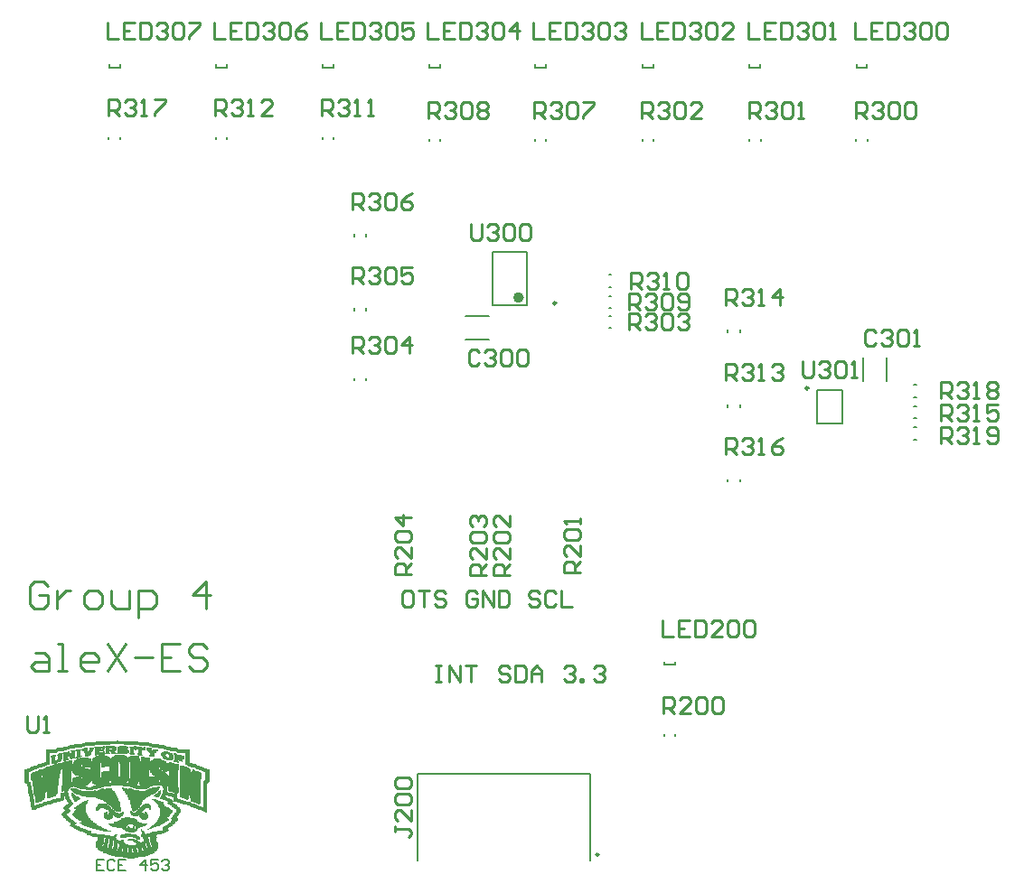
<source format=gto>
G04*
G04 #@! TF.GenerationSoftware,Altium Limited,Altium Designer,23.7.1 (13)*
G04*
G04 Layer_Color=65535*
%FSLAX44Y44*%
%MOMM*%
G71*
G04*
G04 #@! TF.SameCoordinates,778E7F24-0D39-4E9A-B56D-B03573EA8545*
G04*
G04*
G04 #@! TF.FilePolarity,Positive*
G04*
G01*
G75*
%ADD10C,0.2500*%
%ADD11C,0.5000*%
%ADD12C,0.2000*%
%ADD13C,0.0508*%
%ADD14C,0.1778*%
%ADD15C,0.2540*%
D10*
X543531Y597250D02*
G03*
X543531Y597250I-1250J0D01*
G01*
X583655Y80000D02*
G03*
X583655Y80000I-1250J0D01*
G01*
X780000Y517500D02*
G03*
X780000Y517500I-1250J0D01*
G01*
D11*
X510977Y602500D02*
G03*
X510977Y602500I-2500J0D01*
G01*
D12*
X515977Y595000D02*
Y645000D01*
X484023D02*
X515977D01*
X484023Y595000D02*
Y645000D01*
Y595000D02*
X515977D01*
X593482Y585364D02*
X595482D01*
X593482Y573863D02*
X595482D01*
X593482Y612412D02*
X595482D01*
X593482Y623912D02*
X595482D01*
X593482Y592619D02*
X595482D01*
X593482Y604119D02*
X595482D01*
X879000Y500810D02*
X881000D01*
X879000Y489310D02*
X881000D01*
X879000Y469250D02*
X881000D01*
X879000Y480750D02*
X881000D01*
X879000Y509254D02*
X881000D01*
X879000Y520754D02*
X881000D01*
X414115Y155565D02*
X575405D01*
Y74600D02*
Y155565D01*
X414115Y74600D02*
Y155565D01*
X458668Y563489D02*
X480668D01*
X458668Y584989D02*
X480668D01*
X704250Y570000D02*
Y572000D01*
X715750Y570000D02*
Y572000D01*
X825000Y818000D02*
Y821000D01*
X835000Y818000D02*
Y821000D01*
X825000Y818000D02*
X835000D01*
X835250Y749000D02*
Y751000D01*
X824750Y749000D02*
Y751000D01*
X725000Y818000D02*
Y821000D01*
X735000Y818000D02*
Y821000D01*
X725000Y818000D02*
X735000D01*
X735250Y749000D02*
Y751000D01*
X724750Y749000D02*
Y751000D01*
X625000Y818000D02*
Y821000D01*
X635000Y818000D02*
Y821000D01*
X625000Y818000D02*
X635000D01*
X635250Y749000D02*
Y751000D01*
X624750Y749000D02*
Y751000D01*
X365750Y660000D02*
Y662000D01*
X354250Y660000D02*
Y662000D01*
X365750Y590369D02*
Y592369D01*
X354250Y590369D02*
Y592369D01*
X365750Y525000D02*
Y527000D01*
X354250Y525000D02*
Y527000D01*
X524000Y818000D02*
Y821000D01*
X534000Y818000D02*
Y821000D01*
X524000Y818000D02*
X534000D01*
X534250Y749000D02*
Y751000D01*
X523750Y749000D02*
Y751000D01*
X425000Y818000D02*
Y821000D01*
X435000Y818000D02*
Y821000D01*
X425000Y818000D02*
X435000D01*
X435250Y749000D02*
Y751000D01*
X424750Y749000D02*
Y751000D01*
X325000Y818000D02*
Y821000D01*
X335000Y818000D02*
Y821000D01*
X325000Y818000D02*
X335000D01*
X335250Y751000D02*
Y753000D01*
X324750Y751000D02*
Y753000D01*
X225000Y818000D02*
Y821000D01*
X235000Y818000D02*
Y821000D01*
X225000Y818000D02*
X235000D01*
X235250Y751000D02*
Y753000D01*
X224750Y751000D02*
Y753000D01*
X125000Y818000D02*
Y821000D01*
X135000Y818000D02*
Y821000D01*
X125000Y818000D02*
X135000D01*
X715750Y430000D02*
Y432000D01*
X704250Y430000D02*
Y432000D01*
X715750Y500000D02*
Y502000D01*
X704250Y500000D02*
Y502000D01*
X135250Y751000D02*
Y753000D01*
X124750Y751000D02*
Y753000D01*
X788500Y484500D02*
Y515500D01*
X811500Y484500D02*
Y515500D01*
X788500D02*
X811500D01*
X788500Y484500D02*
X811500D01*
X831533Y524000D02*
Y546000D01*
X853033Y524000D02*
Y546000D01*
X645000Y258000D02*
Y261000D01*
X655000Y258000D02*
Y261000D01*
X645000Y258000D02*
X655000D01*
X655250Y191000D02*
Y193000D01*
X644750Y191000D02*
Y193000D01*
D13*
X159624Y180650D02*
X160132D01*
X199756Y136962D02*
X209916D01*
X199756Y136454D02*
X209916D01*
X200264Y135946D02*
X209916D01*
X200264Y135438D02*
X209916D01*
X200264Y134930D02*
X209916D01*
X200772Y134422D02*
X209916D01*
X200772Y133914D02*
X209916D01*
X201280Y133406D02*
X209916D01*
X196708Y132898D02*
X198232D01*
X201280D02*
X209916D01*
X197216Y132390D02*
X198232D01*
X201280D02*
X209916D01*
X201280Y131882D02*
X209916D01*
X201788Y131374D02*
X209916D01*
X201788Y130866D02*
X209916D01*
X202804Y130358D02*
X209916D01*
X204328Y129850D02*
X209916D01*
X205344Y129342D02*
X209916D01*
X206360Y128834D02*
X208900D01*
X209408D02*
X209916D01*
X207884Y128326D02*
X208900D01*
X195692Y127818D02*
X204836D01*
X197724Y127310D02*
X206360D01*
X198232Y126802D02*
X206868D01*
X200264Y126294D02*
X208392D01*
X201788Y125786D02*
X209916D01*
X202804Y125278D02*
X210932D01*
X204328Y124770D02*
X212456D01*
X202296Y157282D02*
X209916D01*
X202296Y156774D02*
X210424D01*
X202296Y156266D02*
X210424D01*
X202296Y155758D02*
X210424D01*
X202296Y155250D02*
X210424D01*
X202296Y154742D02*
X210424D01*
X202296Y154234D02*
X210424D01*
X202804Y153726D02*
X210424D01*
X202804Y153218D02*
X210424D01*
X202804Y152710D02*
X210424D01*
X198740Y141026D02*
X209916D01*
X198740Y140518D02*
X209916D01*
X198740Y140010D02*
X209916D01*
X199248Y139502D02*
X209916D01*
X199248Y138994D02*
X209916D01*
X199756Y138486D02*
X209916D01*
X199756Y137978D02*
X209916D01*
X196708Y176078D02*
X199756D01*
X196708Y175570D02*
X199756D01*
X196708Y175062D02*
X199756D01*
X196708Y174554D02*
X199756D01*
X196708Y174046D02*
X199756D01*
X196708Y173538D02*
X199756D01*
X196708Y173030D02*
X199756D01*
X196708Y172522D02*
X199756D01*
X196708Y172014D02*
X199756D01*
X196708Y171506D02*
X199756D01*
X196708Y170998D02*
X199756D01*
X196708Y170490D02*
X199756D01*
X196708Y169982D02*
X199756D01*
X196708Y169474D02*
X199756D01*
X196708Y168966D02*
X199756D01*
X196708Y168458D02*
X199756D01*
X196708Y167950D02*
X199756D01*
X196708Y167442D02*
X199756D01*
X196708Y166934D02*
X199756D01*
X196708Y166426D02*
X200264D01*
X196708Y165918D02*
X202296D01*
X196708Y165410D02*
X203820D01*
X196708Y164902D02*
X205344D01*
X197724Y164394D02*
X206360D01*
X199248Y163886D02*
X207884D01*
X201280Y163378D02*
X209408D01*
X201788Y162870D02*
X210424D01*
X203820Y162362D02*
X211948D01*
X205344Y161854D02*
X213472D01*
X206868Y161346D02*
X214996D01*
X203312Y159822D02*
X204328D01*
X203312Y159314D02*
X204836D01*
X202296Y158806D02*
X206360D01*
X202296Y158298D02*
X207884D01*
X184516Y116642D02*
X188580D01*
X184516Y116134D02*
X188072D01*
X183500Y115626D02*
X187564D01*
X183500Y115118D02*
X187564D01*
X182992Y114610D02*
X188072D01*
X183500Y114102D02*
X188580D01*
X184008Y113594D02*
X188580D01*
X184516Y113086D02*
X188580D01*
X184008Y112578D02*
X188072D01*
X183500Y112070D02*
X187564D01*
X182992Y111562D02*
X187564D01*
X182484Y111054D02*
X186548D01*
X181976Y110546D02*
X186040D01*
X181468Y110038D02*
X186040D01*
X180960Y109530D02*
X185024D01*
X179944Y109022D02*
X184516D01*
X179436Y108514D02*
X184008D01*
X178420Y108006D02*
X183500D01*
X177404Y107498D02*
X182992D01*
X176388Y106990D02*
X181976D01*
X175880Y106482D02*
X181468D01*
X175372Y104958D02*
X178928D01*
X175880Y104450D02*
X179436D01*
X175372Y103942D02*
X179436D01*
X186040Y172014D02*
X189088D01*
X189596D02*
X194676D01*
X180960Y171506D02*
X184516D01*
X186040D02*
X189088D01*
X190104D02*
X194676D01*
X175880Y170998D02*
X184516D01*
X186040D02*
X191120D01*
X192644D02*
X194676D01*
X176388Y170490D02*
X184516D01*
X186040D02*
X193152D01*
X193660D02*
X194676D01*
X177912Y169982D02*
X183500D01*
X186040D02*
X193152D01*
X178420Y169474D02*
X183500D01*
X186040D02*
X193152D01*
X186040Y168966D02*
X189088D01*
X190104D02*
X193152D01*
X185532Y168458D02*
X189088D01*
X192136D02*
X193152D01*
X185532Y167950D02*
X189088D01*
X192644D02*
X193152D01*
X187056Y167442D02*
X189596D01*
X181468Y166934D02*
X182484D01*
X188580D02*
X189596D01*
X181468Y166426D02*
X182992D01*
X179944Y165918D02*
X185532D01*
X191628Y163886D02*
X192644D01*
X191628Y163378D02*
X194676D01*
X180960Y161346D02*
X189596D01*
X180960Y160838D02*
X189596D01*
X180960Y160330D02*
X189596D01*
X180960Y159822D02*
X189088D01*
X179436Y159314D02*
X179944D01*
X180960D02*
X189088D01*
X176896Y158806D02*
X178928D01*
X180960D02*
X188580D01*
X180960Y158298D02*
X188580D01*
X176388Y179634D02*
X188580D01*
X156576Y96322D02*
X161148D01*
X163180D02*
X168768D01*
X156576Y95814D02*
X161148D01*
X163180D02*
X168768D01*
X157084Y95306D02*
X161148D01*
X163180D02*
X168768D01*
X157084Y94798D02*
X161656D01*
X163180D02*
X168768D01*
X157084Y94290D02*
X161656D01*
X163180D02*
X168768D01*
X157084Y93782D02*
X161656D01*
X163180D02*
X168768D01*
X157084Y93274D02*
X161656D01*
X163180D02*
X168768D01*
X156576Y92766D02*
X161656D01*
X163688D02*
X169276D01*
X156068Y92258D02*
X161656D01*
X163688D02*
X169276D01*
X159624Y91750D02*
X162164D01*
X164196D02*
X169784D01*
X159624Y91242D02*
X162164D01*
X164196D02*
X169784D01*
X159624Y90734D02*
X162672D01*
X164196D02*
X169784D01*
X159624Y90226D02*
X162672D01*
X164196D02*
X170292D01*
X159624Y89718D02*
X162672D01*
X164704D02*
X170292D01*
X160132Y89210D02*
X163180D01*
X164704D02*
X170292D01*
X156068Y88702D02*
X158608D01*
X160132D02*
X163180D01*
X165212D02*
X170292D01*
X156068Y88194D02*
X159116D01*
X160640D02*
X163688D01*
X165212D02*
X169784D01*
X156068Y87686D02*
X159116D01*
X160640D02*
X163688D01*
X165212D02*
X169784D01*
X156068Y87178D02*
X159116D01*
X161148D02*
X164196D01*
X165212D02*
X169784D01*
X156576Y86670D02*
X159624D01*
X161148D02*
X169784D01*
X156576Y86162D02*
X159624D01*
X161148D02*
X169784D01*
X156576Y85654D02*
X159624D01*
X161148D02*
X169276D01*
X157084Y85146D02*
X169276D01*
X157084Y84638D02*
X169276D01*
X157084Y84130D02*
X168260D01*
X155052Y114102D02*
X159624D01*
X156068Y113594D02*
X159116D01*
X167752Y109530D02*
X174356D01*
X167244Y109022D02*
X173340D01*
X166736Y108514D02*
X172832D01*
X166228Y108006D02*
X171816D01*
X165212Y107498D02*
X169784D01*
X164704Y106990D02*
X168260D01*
X164196Y106482D02*
X167752D01*
X163688Y105974D02*
X165720D01*
X162672Y105466D02*
X164196D01*
X162164Y104958D02*
X163180D01*
X161148Y104450D02*
X161656D01*
X155052Y102926D02*
X156068D01*
X155052Y102418D02*
X156576D01*
X155560Y101910D02*
X157084D01*
X155560Y101402D02*
X157592D01*
X155560Y100894D02*
X157592D01*
X155560Y100386D02*
X158100D01*
X161148D02*
X173848D01*
X155560Y99878D02*
X158100D01*
X160132D02*
X172832D01*
X155560Y99370D02*
X158100D01*
X159116D02*
X169276D01*
X155052Y98862D02*
X168260D01*
X155052Y98354D02*
X168260D01*
X155052Y97846D02*
X168768D01*
X156068Y97338D02*
X161148D01*
X162672D02*
X168768D01*
Y136962D02*
X172324D01*
X167752Y136454D02*
X171816D01*
X166736Y135946D02*
X171816D01*
X166736Y135438D02*
X171308D01*
X168260Y134930D02*
X171308D01*
X169784Y134422D02*
X170800D01*
X165212Y132390D02*
X166228D01*
Y131882D02*
X168260D01*
X166736Y131374D02*
X169784D01*
X167752Y130866D02*
X171816D01*
X167752Y130358D02*
X172832D01*
X168260Y129850D02*
X174356D01*
X158608Y127818D02*
X161656D01*
X170292D02*
X174356D01*
X157084Y127310D02*
X162672D01*
X156576Y126802D02*
X162672D01*
X156068Y126294D02*
X163180D01*
X155052Y125786D02*
X163180D01*
X160640Y124770D02*
X163688D01*
X161656Y124262D02*
X163688D01*
X162164Y123754D02*
X163688D01*
X162672Y123246D02*
X163688D01*
X158100Y120706D02*
X158608D01*
X158100Y120198D02*
X159116D01*
X155052Y119690D02*
X156576D01*
X158100D02*
X159624D01*
X158100Y119182D02*
X160132D01*
X157592Y118674D02*
X160132D01*
X157592Y118166D02*
X160640D01*
X164196Y153726D02*
X166228D01*
X162672Y153218D02*
X169276D01*
X162672Y152202D02*
X170800D01*
X162672Y151694D02*
X170800D01*
X162672Y151186D02*
X170800D01*
X162672Y150678D02*
X170800D01*
X162672Y150170D02*
X170800D01*
X162672Y149662D02*
X170800D01*
X162672Y149154D02*
X171308D01*
X162672Y148646D02*
X171816D01*
X156576Y145090D02*
X165212D01*
X169784Y144074D02*
X170292D01*
X170800D02*
X171816D01*
X167244Y143566D02*
X171816D01*
X165212Y143058D02*
X171308D01*
X164196Y142550D02*
X171308D01*
X162672Y142042D02*
X171308D01*
X161148Y141534D02*
X170800D01*
X159624Y141026D02*
X170292D01*
X172324D02*
X172832D01*
X159116Y140518D02*
X169784D01*
X172324D02*
X172832D01*
X171816Y140010D02*
X172832D01*
X171308Y139502D02*
X172832D01*
X171308Y138994D02*
X172832D01*
X170800Y138486D02*
X172832D01*
X169784Y137978D02*
X172832D01*
X161656Y177602D02*
X164704D01*
X165212D02*
X169276D01*
X161656Y177094D02*
X168768D01*
X162164Y176586D02*
X168260D01*
X162672Y176078D02*
X167752D01*
X163180Y175570D02*
X166736D01*
X163180Y175062D02*
X166736D01*
X163180Y174554D02*
X166736D01*
X163180Y174046D02*
X166736D01*
X162672Y173538D02*
X166736D01*
X162672Y173030D02*
X166736D01*
X164196Y172522D02*
X166736D01*
X155052Y172014D02*
X157592D01*
X155052Y171506D02*
X159624D01*
X166736Y169982D02*
X172324D01*
X166228Y169474D02*
X173340D01*
X155052Y165918D02*
X161656D01*
X155052Y165410D02*
X161656D01*
X155052Y164902D02*
X161656D01*
X155052Y164394D02*
X161656D01*
X162672Y163378D02*
X170800D01*
X162672Y162870D02*
X170800D01*
X162672Y162362D02*
X170800D01*
X162672Y161854D02*
X170800D01*
X162672Y161346D02*
X171308D01*
X162672Y160838D02*
X171308D01*
X163180Y159314D02*
X173848D01*
X157592Y181158D02*
X158100D01*
X177912Y136454D02*
X188072D01*
X180452Y135946D02*
X187564D01*
X181468Y135438D02*
X187564D01*
X184008Y134930D02*
X187564D01*
X185024Y134422D02*
X187564D01*
X185024Y133914D02*
X187564D01*
X185024Y133406D02*
X187564D01*
X185024Y132898D02*
X188580D01*
X185024Y132390D02*
X190104D01*
X176388Y131882D02*
X182992D01*
X185024D02*
X191628D01*
X177912Y131374D02*
X183500D01*
X185024D02*
X193660D01*
X179436Y130866D02*
X185024D01*
X179944Y130358D02*
X184516D01*
X180452Y129850D02*
X184008D01*
X179944Y129342D02*
X184008D01*
X179436Y128834D02*
X184516D01*
X179944Y128326D02*
X185024D01*
X180960Y127818D02*
X186040D01*
X181976Y127310D02*
X186548D01*
X182484Y126802D02*
X187564D01*
X183500Y126294D02*
X188072D01*
X184008Y125786D02*
X188580D01*
X184516Y125278D02*
X189088D01*
X185532Y124770D02*
X189596D01*
X186040Y124262D02*
X190104D01*
X186548Y123754D02*
X190612D01*
X187564Y123246D02*
X191120D01*
X188072Y122738D02*
X191628D01*
X188580Y122230D02*
X191628D01*
X188072Y121722D02*
X191628D01*
X188072Y121214D02*
X191120D01*
X187564Y120706D02*
X191120D01*
X187564Y120198D02*
X190612D01*
X187056Y119690D02*
X190104D01*
X186548Y119182D02*
X190104D01*
X186548Y118674D02*
X189596D01*
X186040Y118166D02*
X189596D01*
X185532Y117658D02*
X189088D01*
X180960Y157282D02*
X188580D01*
X180960Y156774D02*
X188580D01*
X180960Y156266D02*
X188580D01*
X180960Y155758D02*
X188580D01*
X180960Y155250D02*
X188580D01*
X180960Y154742D02*
X188580D01*
X180960Y154234D02*
X188580D01*
X180960Y153726D02*
X188580D01*
X180960Y153218D02*
X188580D01*
X180960Y152710D02*
X188580D01*
X180960Y152202D02*
X188580D01*
X180960Y151694D02*
X188580D01*
X180960Y151186D02*
X188580D01*
X180960Y150678D02*
X188580D01*
X180960Y150170D02*
X188580D01*
X180960Y149662D02*
X188580D01*
X180960Y149154D02*
X188580D01*
X180960Y148646D02*
X188580D01*
X180960Y148138D02*
X188580D01*
X180960Y147630D02*
X188580D01*
X180960Y147122D02*
X188580D01*
X180960Y146614D02*
X188580D01*
X180960Y146106D02*
X188580D01*
X180960Y145598D02*
X188580D01*
X180452Y145090D02*
X188580D01*
X179944Y144582D02*
X189088D01*
X179944Y144074D02*
X189088D01*
X175372Y143566D02*
X178420D01*
X179944D02*
X189596D01*
X175880Y143058D02*
X178420D01*
X179944D02*
X189596D01*
X175880Y142550D02*
X178420D01*
X179944D02*
X189596D01*
X175880Y142042D02*
X178420D01*
X179944D02*
X189596D01*
X175880Y141534D02*
X178420D01*
X179944D02*
X189596D01*
X175880Y141026D02*
X178420D01*
X179944D02*
X189596D01*
X175372Y140518D02*
X178420D01*
X179944D02*
X189596D01*
X175372Y140010D02*
X178420D01*
X181468D02*
X189596D01*
X175372Y139502D02*
X178420D01*
X183500D02*
X189596D01*
X184516Y138994D02*
X189596D01*
X186548Y138486D02*
X188580D01*
X175880Y177094D02*
X179436D01*
X175372Y176586D02*
X180452D01*
X185532Y175062D02*
X187056D01*
X179944Y174554D02*
X183500D01*
X185532D02*
X188072D01*
X180960Y174046D02*
X184008D01*
X186040D02*
X190104D01*
X181468Y173538D02*
X184516D01*
X186040D02*
X192136D01*
X181468Y173030D02*
X184516D01*
X186040D02*
X193152D01*
X194168D02*
X194676D01*
X181468Y172522D02*
X184516D01*
X186040D02*
X194676D01*
X181468Y172014D02*
X184516D01*
X105776Y139502D02*
X129144D01*
X91552Y138994D02*
X129144D01*
X93076Y137978D02*
X130160D01*
X92568Y138486D02*
X129652D01*
X91044Y178110D02*
X93076D01*
X80884Y157790D02*
X89012D01*
X54468Y137470D02*
X64628D01*
X54976Y157790D02*
X62088D01*
X62596D02*
X70724D01*
X49896Y137470D02*
X52436D01*
X45832Y157790D02*
X48880D01*
X213472Y136962D02*
X216012D01*
X213472Y136454D02*
X216012D01*
X213472Y135946D02*
X216012D01*
X213472Y135438D02*
X216012D01*
X213472Y134930D02*
X216012D01*
X213472Y134422D02*
X216012D01*
X213472Y133914D02*
X216012D01*
X213472Y133406D02*
X216012D01*
X213472Y132898D02*
X216012D01*
X213472Y132390D02*
X216012D01*
X213472Y131882D02*
X216012D01*
X213472Y131374D02*
X216012D01*
X213472Y130866D02*
X216012D01*
X213472Y130358D02*
X216012D01*
X213472Y129850D02*
X216012D01*
X213472Y129342D02*
X216012D01*
X213472Y128834D02*
X216012D01*
X213472Y128326D02*
X216012D01*
X213472Y127818D02*
X216012D01*
X213472Y127310D02*
X216012D01*
X213472Y126802D02*
X216012D01*
X213472Y126294D02*
X216012D01*
X213472Y125786D02*
X216012D01*
X213472Y125278D02*
X216012D01*
X213472Y124770D02*
X216012D01*
X205852Y124262D02*
X216012D01*
X206868Y123754D02*
X216012D01*
X208392Y123246D02*
X216012D01*
X209916Y122738D02*
X216012D01*
X211440Y122230D02*
X216012D01*
X211948Y121722D02*
X216012D01*
X213472Y121214D02*
X216012D01*
X214996Y120706D02*
X216012D01*
X215504Y120198D02*
X216012D01*
X214996Y157282D02*
X218044D01*
X214996Y156774D02*
X218044D01*
X214996Y156266D02*
X218044D01*
X214996Y155758D02*
X218044D01*
X214996Y155250D02*
X218044D01*
X214996Y154742D02*
X218044D01*
X214996Y154234D02*
X218044D01*
X214996Y153726D02*
X218044D01*
X214996Y153218D02*
X218044D01*
X214996Y152710D02*
X218044D01*
X214996Y152202D02*
X218044D01*
X214996Y151694D02*
X218044D01*
X214996Y151186D02*
X218044D01*
X214996Y150678D02*
X218044D01*
X214996Y150170D02*
X218044D01*
X214488Y149662D02*
X218044D01*
X213472Y149154D02*
X218044D01*
X151496Y152710D02*
X161656D01*
X162672D02*
X179944D01*
X191628D02*
X202296D01*
X151496Y152202D02*
X161656D01*
X171308D02*
X179944D01*
X151496Y151694D02*
X161656D01*
X171816D02*
X180452D01*
X152004Y151186D02*
X161656D01*
X171816D02*
X180452D01*
X152004Y150678D02*
X161656D01*
X172324D02*
X180452D01*
X152512Y150170D02*
X161656D01*
X172324D02*
X180452D01*
X152512Y149662D02*
X161656D01*
X172324D02*
X180452D01*
X152512Y149154D02*
X161656D01*
X172324D02*
X180452D01*
X153020Y148646D02*
X161656D01*
X172324D02*
X180452D01*
X153020Y148138D02*
X161656D01*
X162672D02*
X180452D01*
X153020Y147630D02*
X161656D01*
X162672D02*
X180452D01*
X153020Y147122D02*
X161656D01*
X162672D02*
X179944D01*
X153528Y146614D02*
X179944D01*
X154036Y146106D02*
X179944D01*
X154036Y145598D02*
X168260D01*
X171816D02*
X179944D01*
X174356Y145090D02*
X179436D01*
X142860Y144582D02*
X163688D01*
X174864D02*
X178928D01*
X144384Y144074D02*
X162672D01*
X174864D02*
X178420D01*
X146924Y143566D02*
X161656D01*
X148956Y143058D02*
X160132D01*
X153020Y142042D02*
X157592D01*
X191628Y141026D02*
X198232D01*
X191628Y140518D02*
X198232D01*
X139304Y140010D02*
X169276D01*
X191120D02*
X198232D01*
X139812Y139502D02*
X168768D01*
X191120D02*
X198740D01*
X139812Y138994D02*
X168260D01*
X174864D02*
X179436D01*
X191120D02*
X198740D01*
X140320Y138486D02*
X167752D01*
X174864D02*
X181468D01*
X191120D02*
X198740D01*
X140828Y137978D02*
X166736D01*
X174864D02*
X184008D01*
X191120D02*
X199248D01*
X133208Y177602D02*
X134732D01*
X152004D02*
X155052D01*
X184516D02*
X199756D01*
X132700Y177094D02*
X142860D01*
X152004D02*
X155052D01*
X187564D02*
X199756D01*
X132700Y176586D02*
X142860D01*
X152004D02*
X155052D01*
X188580D02*
X199756D01*
X132700Y176078D02*
X142352D01*
X152004D02*
X155052D01*
X174356D02*
X181468D01*
X132192Y175570D02*
X141336D01*
X152004D02*
X155052D01*
X174356D02*
X182484D01*
X151496Y175062D02*
X155052D01*
X173848D02*
X183500D01*
X151496Y174554D02*
X155052D01*
X173848D02*
X177404D01*
X132700Y174046D02*
X136764D01*
X152512D02*
X155560D01*
X173848D02*
X176896D01*
X130668Y173538D02*
X138796D01*
X174356D02*
X176896D01*
X130160Y173030D02*
X139304D01*
X174356D02*
X176896D01*
X129144Y172522D02*
X140320D01*
X174356D02*
X177912D01*
X174864Y172014D02*
X178420D01*
X174864Y171506D02*
X179436D01*
X154544Y170998D02*
X162672D01*
X154544Y170490D02*
X162672D01*
X154544Y169982D02*
X162672D01*
X154544Y169474D02*
X162672D01*
X154544Y168966D02*
X162672D01*
X165212D02*
X174864D01*
X154544Y168458D02*
X162672D01*
X164196D02*
X175880D01*
X154544Y167950D02*
X162672D01*
X164196D02*
X176388D01*
X154544Y167442D02*
X162672D01*
X163180D02*
X177404D01*
X154544Y166934D02*
X162672D01*
X163180D02*
X177912D01*
X154544Y166426D02*
X162672D01*
X163180D02*
X178420D01*
X144384Y165918D02*
X154544D01*
X162672D02*
X179436D01*
X144384Y165410D02*
X154544D01*
X162672D02*
X187564D01*
X144384Y164902D02*
X154544D01*
X162672D02*
X189596D01*
X144384Y164394D02*
X154544D01*
X162672D02*
X189596D01*
X144384Y163886D02*
X161656D01*
X162672D02*
X189596D01*
X144384Y163378D02*
X161656D01*
X171308D02*
X189596D01*
X144384Y162870D02*
X161656D01*
X171816D02*
X189596D01*
X191120D02*
X195184D01*
X144384Y162362D02*
X161656D01*
X171816D02*
X189596D01*
X191120D02*
X197216D01*
X144384Y161854D02*
X161656D01*
X172324D02*
X189596D01*
X191120D02*
X198740D01*
X144384Y161346D02*
X161656D01*
X172324D02*
X179944D01*
X191120D02*
X199756D01*
X144384Y160838D02*
X161656D01*
X172324D02*
X179944D01*
X191120D02*
X199756D01*
X144384Y160330D02*
X161656D01*
X162672D02*
X179944D01*
X191120D02*
X200264D01*
X144384Y159822D02*
X161656D01*
X162672D02*
X179944D01*
X191120D02*
X200264D01*
X144384Y159314D02*
X161656D01*
X174864D02*
X178928D01*
X191120D02*
X200264D01*
X144384Y158806D02*
X161656D01*
X163180D02*
X174864D01*
X191120D02*
X200772D01*
X171816Y124262D02*
X179944D01*
X153020Y123754D02*
X158100D01*
X172324D02*
X180960D01*
X129144Y123246D02*
X135748D01*
X153020D02*
X157592D01*
X172324D02*
X181468D01*
X129144Y122738D02*
X135748D01*
X152512D02*
X157084D01*
X172832D02*
X181976D01*
X129652Y122230D02*
X135748D01*
X151496D02*
X156576D01*
X172832D02*
X182992D01*
X130668Y121722D02*
X135748D01*
X151496D02*
X156576D01*
X172832D02*
X183500D01*
X131176Y121214D02*
X135748D01*
X172832D02*
X184008D01*
X172832Y120706D02*
X183500D01*
X172832Y120198D02*
X182992D01*
X144892Y119690D02*
X154544D01*
X172832D02*
X182992D01*
X154544Y119182D02*
X156576D01*
X172832D02*
X182484D01*
X154544Y118674D02*
X157084D01*
X172832D02*
X181976D01*
X154036Y118166D02*
X157084D01*
X172832D02*
X181468D01*
X153528Y117658D02*
X161148D01*
X172324D02*
X180960D01*
X144384Y157282D02*
X161656D01*
X164196D02*
X176896D01*
X191628D02*
X201280D01*
X144384Y156774D02*
X161656D01*
X164704D02*
X177912D01*
X191628D02*
X201280D01*
X144384Y156266D02*
X161656D01*
X164704D02*
X178420D01*
X191628D02*
X201280D01*
X144384Y155758D02*
X161656D01*
X165212D02*
X178928D01*
X191628D02*
X201280D01*
X144384Y155250D02*
X161656D01*
X166228D02*
X179436D01*
X191628D02*
X201788D01*
X144384Y154742D02*
X161656D01*
X166736D02*
X179436D01*
X191628D02*
X201788D01*
X144384Y154234D02*
X161656D01*
X167244D02*
X179944D01*
X191628D02*
X201788D01*
X144384Y153726D02*
X161656D01*
X168260D02*
X179944D01*
X191628D02*
X201788D01*
X151496Y153218D02*
X161656D01*
X169784D02*
X179944D01*
X191628D02*
X202296D01*
X144384Y158298D02*
X161656D01*
X163180D02*
X175880D01*
X191120D02*
X200772D01*
X138796Y184206D02*
X167752D01*
X153020Y183190D02*
X172832D01*
X158608Y182682D02*
X175880D01*
X162672Y182174D02*
X177912D01*
X134224Y181666D02*
X141336D01*
X164704D02*
X179944D01*
X133208Y181158D02*
X142352D01*
X148448D02*
X155052D01*
X168260D02*
X181976D01*
X132700Y180650D02*
X142352D01*
X148448D02*
X158608D01*
X171308D02*
X185024D01*
X132700Y180142D02*
X137272D01*
X148448D02*
X158608D01*
X174864D02*
X187564D01*
X132700Y179634D02*
X139812D01*
X148448D02*
X158608D01*
X133208Y179126D02*
X141844D01*
X152004D02*
X158608D01*
X178420D02*
X199756D01*
X133716Y178618D02*
X142352D01*
X152004D02*
X155052D01*
X180960D02*
X199756D01*
X92060Y116642D02*
X104252D01*
X92568Y116134D02*
X104760D01*
X93076Y115626D02*
X104760D01*
X93584Y115118D02*
X105268D01*
X89012Y110038D02*
X93584D01*
X101204Y108006D02*
X113904D01*
X88504Y107498D02*
X94092D01*
X102728D02*
X114412D01*
X89520Y106990D02*
X95108D01*
X104252D02*
X115936D01*
X89520Y106482D02*
X96124D01*
X104760D02*
X116444D01*
X91044Y105974D02*
X97140D01*
X106792D02*
X117460D01*
X92060Y105466D02*
X98664D01*
X108824D02*
X118984D01*
X92568Y104958D02*
X99680D01*
X93584Y104450D02*
X101204D01*
X103744Y99370D02*
X115428D01*
X103744Y98862D02*
X120508D01*
X49896Y136962D02*
X52944D01*
X67168D02*
X75296D01*
X49896Y136454D02*
X52944D01*
X67168D02*
X74788D01*
X49896Y135946D02*
X52944D01*
X67168D02*
X74788D01*
X50404Y135438D02*
X53452D01*
X67168D02*
X74280D01*
X50404Y134930D02*
X53452D01*
X90536D02*
X94092D01*
X50404Y134422D02*
X53452D01*
X90536D02*
X95616D01*
X50404Y133914D02*
X53452D01*
X90536D02*
X96124D01*
X50404Y133406D02*
X53452D01*
X91044D02*
X97648D01*
X50404Y132898D02*
X53452D01*
X91044D02*
X97140D01*
X50912Y132390D02*
X53452D01*
X91552D02*
X96124D01*
X50912Y131882D02*
X53960D01*
X72248D02*
X82408D01*
X92060D02*
X95616D01*
X50912Y131374D02*
X53960D01*
X70216D02*
X80884D01*
X92060D02*
X94600D01*
X50912Y130866D02*
X53960D01*
X68184D02*
X78344D01*
X92568D02*
X94092D01*
X50912Y130358D02*
X53960D01*
X67168D02*
X77328D01*
X93076D02*
X93584D01*
X51420Y129850D02*
X53960D01*
X65136D02*
X75296D01*
X51420Y129342D02*
X54468D01*
X51420Y128834D02*
X54468D01*
X51420Y128326D02*
X54468D01*
X51928Y127818D02*
X54468D01*
X51928Y127310D02*
X54468D01*
X51928Y126802D02*
X54468D01*
X51928Y126294D02*
X54976D01*
X51928Y125786D02*
X62088D01*
X51928Y125278D02*
X61072D01*
X52436Y124770D02*
X59548D01*
X93076D02*
X102220D01*
X137780Y94290D02*
X138288D01*
X141844D02*
X149464D01*
X136256Y93782D02*
X137780D01*
X144892D02*
X150480D01*
X147432Y93274D02*
X151496D01*
X147940Y92766D02*
X152004D01*
X148956Y92258D02*
X153020D01*
X137780Y89210D02*
X144384D01*
X138288Y87178D02*
X150480D01*
X138288Y86670D02*
X141336D01*
X142860D02*
X149972D01*
X138288Y86162D02*
X141336D01*
X142860D02*
X145908D01*
X147432D02*
X149972D01*
X138288Y85654D02*
X141336D01*
X142860D02*
X145908D01*
X147432D02*
X149972D01*
X138288Y85146D02*
X140828D01*
X142860D02*
X145908D01*
X147432D02*
X150480D01*
X137780Y84638D02*
X141336D01*
X142860D02*
X145908D01*
X147432D02*
X150480D01*
X137780Y84130D02*
X141336D01*
X142860D02*
X145908D01*
X147432D02*
X150480D01*
X137780Y83622D02*
X140828D01*
X142860D02*
X145908D01*
X147432D02*
X150988D01*
X142860Y83114D02*
X145908D01*
X147940D02*
X150988D01*
X142352Y82606D02*
X145908D01*
X147940D02*
X150988D01*
X138288Y78034D02*
X151496D01*
X142352Y77526D02*
X148448D01*
X147432Y116642D02*
X150988D01*
X139812Y115118D02*
X143876D01*
X137780Y114610D02*
X146924D01*
X136256Y114102D02*
X148448D01*
X136256Y113594D02*
X149464D01*
X134732Y113086D02*
X149972D01*
X135240Y112578D02*
X150480D01*
X142352Y106990D02*
X142860D01*
X147432D02*
X147940D01*
X142352Y106482D02*
X143368D01*
X147432D02*
X147940D01*
X141844Y105974D02*
X143876D01*
X146924D02*
X148448D01*
X136764Y105466D02*
X148448D01*
X137780Y104958D02*
X148448D01*
X138288Y104450D02*
X150988D01*
X139304Y103942D02*
X150988D01*
X139812Y103434D02*
X150480D01*
X140828Y102926D02*
X149972D01*
X142352Y102418D02*
X149464D01*
X143368Y101910D02*
X148448D01*
X144892Y101402D02*
X147940D01*
X139812Y99878D02*
X144892D01*
X137272Y99370D02*
X147940D01*
X136256Y98862D02*
X149464D01*
X135748Y98354D02*
X150988D01*
X135748Y97846D02*
X150988D01*
X135748Y97338D02*
X152004D01*
X145400Y127818D02*
X154036D01*
X145400Y127310D02*
X154036D01*
X145400Y126802D02*
X153528D01*
X145908Y126294D02*
X153020D01*
X145908Y125786D02*
X153020D01*
X145908Y125278D02*
X153020D01*
X145908Y124770D02*
X152512D01*
X145908Y124262D02*
X152004D01*
X146416Y123754D02*
X151496D01*
X146416Y123246D02*
X151496D01*
X146416Y122738D02*
X150988D01*
X146416Y122230D02*
X149972D01*
X146416Y121722D02*
X149972D01*
X144892Y121214D02*
X145400D01*
X146924D02*
X148448D01*
X144892Y120706D02*
X145908D01*
X137272Y120198D02*
X137780D01*
X144892D02*
X146416D01*
X136764Y119690D02*
X137780D01*
X135240Y119182D02*
X137780D01*
X145400D02*
X154036D01*
X145400Y118674D02*
X154036D01*
X145908Y118166D02*
X153020D01*
X146416Y117658D02*
X152512D01*
X135240Y157282D02*
X143368D01*
X135240Y156774D02*
X143368D01*
X135240Y156266D02*
X143368D01*
X135240Y155758D02*
X143368D01*
X135240Y155250D02*
X143368D01*
X135240Y154742D02*
X143368D01*
X135240Y154234D02*
X143368D01*
X135240Y153726D02*
X143368D01*
X134732Y153218D02*
X143368D01*
X144384D02*
X150988D01*
X144384Y152710D02*
X150988D01*
X144384Y152202D02*
X150988D01*
X143876Y151694D02*
X150988D01*
X143368Y151186D02*
X151496D01*
X143368Y150678D02*
X151496D01*
X143368Y150170D02*
X151496D01*
X143368Y149662D02*
X151496D01*
X143368Y149154D02*
X151496D01*
X143368Y148646D02*
X151496D01*
X143368Y148138D02*
X151496D01*
X143368Y147630D02*
X151496D01*
X138288Y145090D02*
X152512D01*
X136764Y143058D02*
X137780D01*
X137272Y142550D02*
X139304D01*
X142860D02*
X143368D01*
X137780Y142042D02*
X141336D01*
X142860D02*
X145400D01*
X138288Y141534D02*
X146924D01*
X138288Y141026D02*
X148448D01*
X138796Y140518D02*
X148956D01*
X138288Y177602D02*
X142860D01*
X144384D02*
X147432D01*
X144384Y177094D02*
X147432D01*
X144384Y176586D02*
X147432D01*
X144384Y176078D02*
X147432D01*
X144384Y175570D02*
X147432D01*
X136764Y175062D02*
X138796D01*
X143876D02*
X147940D01*
X144384Y174554D02*
X145400D01*
X145908D02*
X147940D01*
X144384Y173030D02*
X145908D01*
X144384Y172522D02*
X152004D01*
X143368Y172014D02*
X152512D01*
X143368Y171506D02*
X152512D01*
X143368Y170998D02*
X152512D01*
X143368Y170490D02*
X153020D01*
X143368Y169982D02*
X153020D01*
X143368Y169474D02*
X153020D01*
X143368Y168966D02*
X153528D01*
X143368Y168458D02*
X153528D01*
X143368Y167950D02*
X154036D01*
X134732Y167442D02*
X143368D01*
X143876D02*
X154036D01*
X134732Y166934D02*
X143368D01*
X144384D02*
X154036D01*
X134732Y166426D02*
X143368D01*
X144384D02*
X154036D01*
X135240Y165918D02*
X143368D01*
X135240Y165410D02*
X143368D01*
X135240Y164902D02*
X143368D01*
X135240Y164394D02*
X143368D01*
X135240Y163886D02*
X143368D01*
X135240Y163378D02*
X143368D01*
X135240Y162870D02*
X143368D01*
X135240Y162362D02*
X143368D01*
X135240Y161854D02*
X143368D01*
X135240Y161346D02*
X143368D01*
X135240Y160838D02*
X143368D01*
X135240Y160330D02*
X143368D01*
X135240Y159822D02*
X143368D01*
X135240Y159314D02*
X143368D01*
X135240Y158806D02*
X143368D01*
X135240Y158298D02*
X143368D01*
X134732Y182174D02*
X140320D01*
X148448D02*
X149464D01*
X141844Y181666D02*
X142352D01*
X143876D02*
X147940D01*
X148448D02*
X149464D01*
X144384Y181158D02*
X147940D01*
X144384Y180650D02*
X147432D01*
X140320Y180142D02*
X141336D01*
X144384D02*
X147432D01*
X140828Y179634D02*
X141336D01*
X144384D02*
X147432D01*
X144384Y179126D02*
X147432D01*
X148956D02*
X149464D01*
X144384Y178618D02*
X147432D01*
X128636Y94290D02*
X132192D01*
X129144Y93782D02*
X132700D01*
X52436Y124262D02*
X58024D01*
X92568D02*
X102220D01*
X52436Y123754D02*
X57008D01*
X92568D02*
X102220D01*
X52436Y123246D02*
X55484D01*
X93584D02*
X102220D01*
X52436Y122738D02*
X53960D01*
X93584Y122230D02*
X102728D01*
X93076Y121722D02*
X102728D01*
X92568Y121214D02*
X102728D01*
X92060Y120706D02*
X102728D01*
X92060Y120198D02*
X102728D01*
X91044Y119690D02*
X102728D01*
X91044Y119182D02*
X103236D01*
X90536Y118674D02*
X103236D01*
X90536Y118166D02*
X103744D01*
X91044Y117658D02*
X103744D01*
X72248Y157282D02*
X78344D01*
X90536D02*
X115936D01*
X52436Y156774D02*
X62088D01*
X72248D02*
X78344D01*
X91044D02*
X115936D01*
X52436Y156266D02*
X62088D01*
X72248D02*
X77836D01*
X92060D02*
X115936D01*
X51928Y155758D02*
X62088D01*
X72248D02*
X77836D01*
X92060D02*
X115936D01*
X51928Y155250D02*
X61580D01*
X72248D02*
X77836D01*
X93076D02*
X115936D01*
X51928Y154742D02*
X61072D01*
X71740D02*
X77836D01*
X94600D02*
X115936D01*
X51928Y154234D02*
X61072D01*
X71740D02*
X77836D01*
X96124D02*
X115936D01*
X51928Y153726D02*
X61072D01*
X71740D02*
X77836D01*
X99172D02*
X115936D01*
X51928Y153218D02*
X61072D01*
X71740D02*
X77836D01*
X99680D02*
X115936D01*
X51928Y152710D02*
X61580D01*
X71740D02*
X77836D01*
X92060D02*
X98156D01*
X99680D02*
X115936D01*
X51928Y152202D02*
X61580D01*
X71740D02*
X77836D01*
X91552D02*
X98156D01*
X51928Y151694D02*
X61580D01*
X71740D02*
X77328D01*
X90536D02*
X98664D01*
X51928Y151186D02*
X61580D01*
X62088D02*
X77328D01*
X90536D02*
X98664D01*
X51928Y150678D02*
X61580D01*
X62088D02*
X77328D01*
X90536D02*
X98664D01*
X84948Y113086D02*
X89520D01*
X85456Y112578D02*
X90536D01*
X86472Y112070D02*
X91044D01*
X86980Y111562D02*
X91552D01*
X87488Y111054D02*
X92568D01*
X88504Y110546D02*
X93076D01*
X89520Y109530D02*
X93076D01*
X89012Y109022D02*
X92568D01*
X89012Y108514D02*
X92568D01*
X87996Y108006D02*
X92568D01*
X79868Y136962D02*
X85964D01*
X89520D02*
X91044D01*
X79868Y136454D02*
X85964D01*
X89520D02*
X92060D01*
X79868Y135946D02*
X85964D01*
X90028D02*
X92568D01*
X79868Y135438D02*
X82408D01*
X83424D02*
X86472D01*
X90028D02*
X93076D01*
X79868Y134930D02*
X82408D01*
X83932D02*
X86980D01*
X79868Y134422D02*
X82408D01*
X83932D02*
X86980D01*
X79360Y133914D02*
X82408D01*
X83932D02*
X86980D01*
X77328Y133406D02*
X82408D01*
X83932D02*
X87488D01*
X75296Y132898D02*
X82408D01*
X84440D02*
X87488D01*
X74280Y132390D02*
X82408D01*
X84440D02*
X87488D01*
X84948Y131882D02*
X87996D01*
X85456Y131374D02*
X88504D01*
X85456Y130866D02*
X89012D01*
X85964Y130358D02*
X89012D01*
X85964Y129850D02*
X89520D01*
X86980Y129342D02*
X90028D01*
X86980Y128834D02*
X90536D01*
X86472Y128326D02*
X90536D01*
X85964Y127818D02*
X90536D01*
X85456Y127310D02*
X89520D01*
X84440Y126802D02*
X89012D01*
X83932Y126294D02*
X88504D01*
X83424Y125786D02*
X87996D01*
X82916Y125278D02*
X87488D01*
X82408Y124770D02*
X86980D01*
X82408Y124262D02*
X85964D01*
X82408Y123754D02*
X85964D01*
X82916Y123246D02*
X86472D01*
X83424Y122738D02*
X86980D01*
X83932Y122230D02*
X87488D01*
X83932Y121722D02*
X87996D01*
X82916Y121214D02*
X87996D01*
X82408Y120706D02*
X86980D01*
X81900Y120198D02*
X86472D01*
X81392Y119690D02*
X85964D01*
X80884Y119182D02*
X84948D01*
X80376Y118674D02*
X84440D01*
X80376Y118166D02*
X83932D01*
X80884Y117658D02*
X84440D01*
X80884Y157282D02*
X89012D01*
X80884Y156774D02*
X89012D01*
X80884Y156266D02*
X89012D01*
X80884Y155758D02*
X89012D01*
X80884Y155250D02*
X89012D01*
X80884Y154742D02*
X89012D01*
X80884Y154234D02*
X89012D01*
X80884Y153726D02*
X89012D01*
X80884Y153218D02*
X89012D01*
X80884Y152710D02*
X89012D01*
X80884Y152202D02*
X89012D01*
X80884Y151694D02*
X89012D01*
X80884Y151186D02*
X89012D01*
X80884Y150678D02*
X89012D01*
X80884Y150170D02*
X89012D01*
X80884Y149662D02*
X89012D01*
X80884Y149154D02*
X89012D01*
X80884Y148646D02*
X89012D01*
X80884Y148138D02*
X89520D01*
X80884Y147630D02*
X89520D01*
X80884Y147122D02*
X89520D01*
X80376Y144074D02*
X90536D01*
X80376Y143566D02*
X87996D01*
X80376Y143058D02*
X86980D01*
X80376Y142550D02*
X86980D01*
X80376Y142042D02*
X85964D01*
X80376Y141534D02*
X85964D01*
X80376Y141026D02*
X85964D01*
X80376Y140518D02*
X85964D01*
X80376Y140010D02*
X80884D01*
X82916D02*
X85456D01*
X82916Y139502D02*
X85456D01*
X82916Y138994D02*
X85456D01*
X82408Y138486D02*
X85964D01*
X89520D02*
X90028D01*
X79868Y137978D02*
X85964D01*
X89520D02*
X90536D01*
X89012Y177602D02*
X92568D01*
X85964Y177094D02*
X86980D01*
X89520D02*
X92568D01*
X84440Y176586D02*
X86980D01*
X89520D02*
X92568D01*
X82408Y176078D02*
X86980D01*
X89520D02*
X92568D01*
X80376Y175570D02*
X80884D01*
X82408D02*
X87488D01*
X89520D02*
X92568D01*
X77836Y175062D02*
X80884D01*
X82408D02*
X89012D01*
X89520D02*
X92568D01*
X76820Y174554D02*
X80376D01*
X82408D02*
X89012D01*
X89520D02*
X92568D01*
X76312Y174046D02*
X80376D01*
X82408D02*
X92568D01*
X77328Y173538D02*
X80376D01*
X82408D02*
X92568D01*
X77328Y173030D02*
X80376D01*
X82408D02*
X85456D01*
X85964D02*
X92568D01*
X77328Y172522D02*
X80376D01*
X82408D02*
X85456D01*
X86980D02*
X92568D01*
X77328Y172014D02*
X80376D01*
X82408D02*
X85456D01*
X87996D02*
X92568D01*
X77328Y171506D02*
X80376D01*
X82408D02*
X85456D01*
X87996D02*
X93076D01*
X77328Y170998D02*
X80376D01*
X82408D02*
X85456D01*
X89012D02*
X92568D01*
X77328Y170490D02*
X80376D01*
X82408D02*
X85456D01*
X89012D02*
X89520D01*
X76820Y169982D02*
X80376D01*
X82408D02*
X85964D01*
X76312Y169474D02*
X79868D01*
X82408D02*
X85964D01*
X75296Y168966D02*
X79360D01*
X82408D02*
X83424D01*
X86980Y168458D02*
X89520D01*
X85456Y167950D02*
X89520D01*
X82916Y167442D02*
X89520D01*
X81392Y166934D02*
X89520D01*
X78852Y166426D02*
X80376D01*
X81392D02*
X89520D01*
X77328Y165918D02*
X89520D01*
X75296Y165410D02*
X79868D01*
X80376D02*
X89520D01*
X80376Y164902D02*
X89520D01*
X80376Y164394D02*
X89520D01*
X80376Y163886D02*
X89520D01*
X80376Y163378D02*
X89012D01*
X80376Y162870D02*
X89012D01*
X80376Y162362D02*
X89012D01*
X80376Y161854D02*
X89012D01*
X80376Y161346D02*
X89012D01*
X80884Y160838D02*
X89012D01*
X80884Y160330D02*
X89012D01*
X80884Y159822D02*
X89012D01*
X80884Y159314D02*
X89012D01*
X80884Y158806D02*
X89012D01*
X80884Y158298D02*
X89012D01*
X78852Y180650D02*
X92568D01*
X76312Y180142D02*
X89012D01*
X75296Y179634D02*
X87488D01*
X54976Y136962D02*
X64120D01*
X54976Y136454D02*
X64120D01*
X54976Y135946D02*
X64120D01*
X54976Y135438D02*
X64120D01*
X55484Y134930D02*
X64120D01*
X67168D02*
X72248D01*
X55484Y134422D02*
X64120D01*
X67168D02*
X70724D01*
X55484Y133914D02*
X64120D01*
X67168D02*
X69200D01*
X55484Y133406D02*
X63612D01*
X55484Y132898D02*
X63612D01*
X55484Y132390D02*
X63612D01*
X55484Y131882D02*
X63104D01*
X55992Y131374D02*
X62088D01*
X55992Y130866D02*
X60564D01*
X55992Y130358D02*
X59548D01*
X55992Y129850D02*
X58024D01*
X55992Y129342D02*
X57008D01*
X63612D02*
X72756D01*
X62596Y128834D02*
X72248D01*
X61072Y128326D02*
X70216D01*
X59040Y127818D02*
X68184D01*
X57516Y127310D02*
X66152D01*
X57008Y126802D02*
X65644D01*
X55484Y126294D02*
X63612D01*
X53452Y157282D02*
X62088D01*
X62596D02*
X70724D01*
X62596Y156774D02*
X70724D01*
X62596Y156266D02*
X70724D01*
X62596Y155758D02*
X70724D01*
X62596Y155250D02*
X70724D01*
X62596Y154742D02*
X70724D01*
X62596Y154234D02*
X70724D01*
X62596Y153726D02*
X71232D01*
X62596Y153218D02*
X71232D01*
X62596Y152710D02*
X71232D01*
X62596Y152202D02*
X71232D01*
X62596Y151694D02*
X71232D01*
X53960Y143058D02*
X65644D01*
X53960Y142550D02*
X65136D01*
X53960Y142042D02*
X65136D01*
X53960Y141534D02*
X65136D01*
X54468Y141026D02*
X65136D01*
X54468Y140518D02*
X65136D01*
X54468Y140010D02*
X65136D01*
X54468Y139502D02*
X65136D01*
X54468Y138994D02*
X65136D01*
X54468Y138486D02*
X64628D01*
X54468Y137978D02*
X64628D01*
X65644Y176078D02*
X68184D01*
X65644Y175570D02*
X68184D01*
X65644Y175062D02*
X68184D01*
X65644Y174554D02*
X68184D01*
X65644Y174046D02*
X68184D01*
X65644Y173538D02*
X68184D01*
X65644Y173030D02*
X68184D01*
X65644Y172522D02*
X68184D01*
X65644Y172014D02*
X68184D01*
X65644Y171506D02*
X68184D01*
X65644Y170998D02*
X68184D01*
X65644Y170490D02*
X68184D01*
X65644Y169982D02*
X68184D01*
X65644Y169474D02*
X68184D01*
X65644Y168966D02*
X68184D01*
X65644Y168458D02*
X68184D01*
X65644Y167950D02*
X68184D01*
X65644Y167442D02*
X68184D01*
X64628Y166934D02*
X68184D01*
X63612Y166426D02*
X68184D01*
X61580Y165918D02*
X68184D01*
X60056Y165410D02*
X68184D01*
X58532Y164902D02*
X67168D01*
X57516Y164394D02*
X66152D01*
X55992Y163886D02*
X64628D01*
X54468Y163378D02*
X63104D01*
X69200D02*
X70724D01*
X53452Y162870D02*
X62088D01*
X68184D02*
X70724D01*
X66152Y162362D02*
X70724D01*
X65136Y161854D02*
X70724D01*
X63104Y161346D02*
X70724D01*
X63104Y160838D02*
X70724D01*
X61072Y160330D02*
X62088D01*
X62596D02*
X70724D01*
X59548Y159822D02*
X62088D01*
X62596D02*
X70724D01*
X58532Y159314D02*
X62088D01*
X62596D02*
X70724D01*
X57008Y158806D02*
X62088D01*
X62596D02*
X70724D01*
X55484Y158298D02*
X62088D01*
X62596D02*
X70724D01*
X45832Y157282D02*
X48880D01*
X45832Y156774D02*
X48880D01*
X45832Y156266D02*
X48880D01*
X45832Y155758D02*
X48880D01*
X45832Y155250D02*
X48880D01*
X45832Y154742D02*
X48880D01*
X45832Y154234D02*
X48880D01*
X45832Y153726D02*
X48880D01*
X45832Y153218D02*
X48880D01*
X45832Y152710D02*
X48880D01*
X45832Y152202D02*
X48880D01*
X45832Y151694D02*
X48880D01*
X45832Y151186D02*
X48880D01*
X45832Y150678D02*
X48880D01*
X45832Y150170D02*
X48880D01*
X45832Y149662D02*
X48880D01*
X45832Y149154D02*
X49388D01*
X45832Y148646D02*
X49896D01*
X46340Y148138D02*
X50404D01*
X46848Y147630D02*
X50404D01*
X47356Y147122D02*
X50912D01*
X47864Y146614D02*
X50912D01*
X48372Y146106D02*
X50912D01*
X48372Y145598D02*
X50912D01*
X48372Y145090D02*
X51420D01*
X48372Y144582D02*
X51420D01*
X48880Y144074D02*
X51420D01*
X48880Y143566D02*
X51928D01*
X48880Y143058D02*
X51928D01*
X48880Y142550D02*
X51928D01*
X48880Y142042D02*
X51928D01*
X48880Y141534D02*
X51928D01*
X48880Y141026D02*
X51928D01*
X49388Y140518D02*
X52436D01*
X49388Y140010D02*
X52436D01*
X49388Y139502D02*
X52436D01*
X49388Y138994D02*
X52436D01*
X49388Y138486D02*
X52436D01*
X49388Y137978D02*
X52436D01*
X45832Y159314D02*
X52436D01*
X45832Y158806D02*
X50912D01*
X45832Y158298D02*
X49388D01*
X199756Y137470D02*
X209916D01*
X202296Y157790D02*
X208392D01*
X185024Y117150D02*
X188580D01*
X180960Y157790D02*
X188580D01*
X169784Y137470D02*
X172324D01*
X156576Y96830D02*
X161148D01*
X163180D02*
X169276D01*
X161148Y178110D02*
X164704D01*
X166228D02*
X170292D01*
X147432Y117150D02*
X151496D01*
X135748Y96830D02*
X140828D01*
X147432D02*
X152512D01*
X144384Y178110D02*
X147432D01*
X135240Y157790D02*
X143368D01*
X94092Y178110D02*
X97648D01*
X100188D02*
X104252D01*
X106284D02*
X108824D01*
X79360Y137470D02*
X85964D01*
X89520D02*
X90536D01*
X81392Y117150D02*
X84948D01*
X213472Y148646D02*
X217536D01*
X213472Y148138D02*
X217028D01*
X213472Y147630D02*
X216520D01*
X213472Y147122D02*
X216012D01*
X213472Y146614D02*
X216012D01*
X213472Y146106D02*
X216012D01*
X213472Y145598D02*
X216012D01*
X213472Y145090D02*
X216012D01*
X213472Y144582D02*
X216012D01*
X213472Y144074D02*
X216012D01*
X213472Y143566D02*
X216012D01*
X213472Y143058D02*
X216012D01*
X213472Y142550D02*
X216012D01*
X213472Y142042D02*
X216012D01*
X213472Y141534D02*
X216012D01*
X213472Y141026D02*
X216012D01*
X213472Y140518D02*
X216012D01*
X213472Y140010D02*
X216012D01*
X213472Y139502D02*
X216012D01*
X213472Y138994D02*
X216012D01*
X213472Y138486D02*
X216012D01*
X213472Y137978D02*
X216012D01*
X207884Y160838D02*
X215504D01*
X209408Y160330D02*
X217028D01*
X210424Y159822D02*
X218044D01*
X211440Y159314D02*
X218044D01*
X212964Y158806D02*
X218044D01*
X214488Y158298D02*
X218044D01*
X129144Y93274D02*
X137780D01*
X129652Y92766D02*
X137780D01*
X129652Y92258D02*
X137780D01*
X129652Y91750D02*
X138288D01*
X129652Y91242D02*
X138796D01*
X133716Y90734D02*
X139812D01*
X134224Y90226D02*
X141336D01*
X134224Y89718D02*
X142352D01*
X134224Y89210D02*
X136764D01*
X147432D02*
X158100D01*
X134224Y88702D02*
X136764D01*
X138288D02*
X155052D01*
X134224Y88194D02*
X136764D01*
X138288D02*
X154544D01*
X134224Y87686D02*
X136764D01*
X138288D02*
X154544D01*
X133716Y87178D02*
X136764D01*
X151496D02*
X154544D01*
X133716Y86670D02*
X136764D01*
X151496D02*
X154544D01*
X133716Y86162D02*
X136256D01*
X151496D02*
X154544D01*
X133208Y85654D02*
X136256D01*
X152004D02*
X155052D01*
X133208Y85146D02*
X136256D01*
X152004D02*
X155052D01*
X133208Y84638D02*
X136256D01*
X152004D02*
X155052D01*
X132700Y84130D02*
X136256D01*
X152512D02*
X155560D01*
X152512Y83622D02*
X167752D01*
X152512Y83114D02*
X166736D01*
X152512Y82606D02*
X166736D01*
X147432Y82098D02*
X165720D01*
X130668Y79050D02*
X158608D01*
X133716Y78542D02*
X156068D01*
X129652Y116642D02*
X136256D01*
X153528D02*
X161148D01*
X172324D02*
X180452D01*
X130668Y116134D02*
X135748D01*
X153528D02*
X161148D01*
X171816D02*
X179944D01*
X131684Y115626D02*
X134732D01*
X154036D02*
X160640D01*
X171816D02*
X178928D01*
X154036Y115118D02*
X160132D01*
X171816D02*
X178420D01*
X154544Y114610D02*
X160132D01*
X171308D02*
X178928D01*
X171308Y114102D02*
X179436D01*
X170800Y113594D02*
X179944D01*
X170800Y113086D02*
X179944D01*
X170292Y112578D02*
X178928D01*
X134224Y112070D02*
X150480D01*
X169784D02*
X178420D01*
X133208Y111562D02*
X150988D01*
X169784D02*
X177912D01*
X129652Y111054D02*
X152512D01*
X169276D02*
X176896D01*
X129652Y110546D02*
X154544D01*
X168768D02*
X175880D01*
X129652Y110038D02*
X154544D01*
X168260D02*
X175880D01*
X146416Y109022D02*
X159116D01*
X147432Y108514D02*
X159116D01*
X148448Y108006D02*
X158100D01*
X148956Y107498D02*
X157592D01*
X128636Y106482D02*
X140828D01*
X132700Y105974D02*
X140828D01*
X174864D02*
X180452D01*
X174864Y105466D02*
X179436D01*
X154544Y103942D02*
X155052D01*
X154544Y103434D02*
X155052D01*
X174864D02*
X179944D01*
X172832Y102926D02*
X179436D01*
X170292Y102418D02*
X178420D01*
X166736Y101910D02*
X177404D01*
X165212Y101402D02*
X176896D01*
X163180Y100894D02*
X175880D01*
X141336Y136962D02*
X165212D01*
X174356D02*
X187564D01*
X191120D02*
X199248D01*
X141844Y136454D02*
X163688D01*
X174356D02*
X176896D01*
X191120D02*
X199248D01*
X142352Y135946D02*
X162164D01*
X173848D02*
X176896D01*
X191120D02*
X199248D01*
X142352Y135438D02*
X161656D01*
X173848D02*
X176896D01*
X191120D02*
X199248D01*
X142352Y134930D02*
X160640D01*
X173340D02*
X176388D01*
X191120D02*
X199248D01*
X142860Y134422D02*
X159624D01*
X173340D02*
X177912D01*
X192136D02*
X199248D01*
X142860Y133914D02*
X159116D01*
X172832D02*
X178420D01*
X193152D02*
X199248D01*
X143368Y133406D02*
X158100D01*
X172832D02*
X179944D01*
X195184D02*
X199248D01*
X143368Y132898D02*
X157592D01*
X174356D02*
X181468D01*
X143368Y132390D02*
X157592D01*
X174864D02*
X181976D01*
X143876Y131882D02*
X156576D01*
X144384Y131374D02*
X156068D01*
X144384Y130866D02*
X156068D01*
X185532D02*
X196200D01*
X144384Y130358D02*
X155560D01*
X186548D02*
X196708D01*
X144384Y129850D02*
X155052D01*
X188580D02*
X198740D01*
X144892Y129342D02*
X154544D01*
X169276D02*
X175372D01*
X191120D02*
X200264D01*
X144892Y128834D02*
X154544D01*
X169276D02*
X175372D01*
X191628D02*
X201280D01*
X144892Y128326D02*
X154544D01*
X169784D02*
X174864D01*
X193660D02*
X202804D01*
X170800Y127310D02*
X174864D01*
X170800Y126802D02*
X175880D01*
X171308Y126294D02*
X176388D01*
X171308Y125786D02*
X177912D01*
X154544Y125278D02*
X163180D01*
X171816D02*
X177912D01*
X154036Y124770D02*
X159624D01*
X171816D02*
X179436D01*
X153528Y124262D02*
X158608D01*
X95108Y143566D02*
X116952D01*
X66152Y143058D02*
X76312D01*
X97140D02*
X114412D01*
X66152Y142550D02*
X76312D01*
X66152Y142042D02*
X75804D01*
X89012D02*
X93584D01*
X66152Y141534D02*
X75804D01*
X89012D02*
X95616D01*
X66152Y141026D02*
X75804D01*
X89520D02*
X97140D01*
X66152Y140518D02*
X75804D01*
X89520D02*
X98156D01*
X66152Y140010D02*
X75804D01*
X90536D02*
X100188D01*
X66660Y139502D02*
X75804D01*
X91044D02*
X104760D01*
X66660Y138994D02*
X75804D01*
X66660Y138486D02*
X75804D01*
X66660Y137978D02*
X75296D01*
X65644Y177602D02*
X79360D01*
X65644Y177094D02*
X76312D01*
X65644Y176586D02*
X75296D01*
X72248Y173538D02*
X74280D01*
X71232Y173030D02*
X74280D01*
X70216Y172522D02*
X73772D01*
X70216Y172014D02*
X73772D01*
X191628Y148646D02*
X209916D01*
X191628Y148138D02*
X209916D01*
X191628Y147122D02*
X209916D01*
X191628Y149662D02*
X209916D01*
X191628Y147630D02*
X209916D01*
X191628Y149154D02*
X209916D01*
X191628Y146614D02*
X209916D01*
X191628Y146106D02*
X209916D01*
X191628Y150170D02*
X209916D01*
X191628Y150678D02*
X209916D01*
X90536Y157790D02*
X115936D01*
X191628Y152202D02*
X210424D01*
X191628Y151694D02*
X210424D01*
X191628Y151186D02*
X209916D01*
X71740Y157790D02*
X78344D01*
X65644Y178110D02*
X81900D01*
X91552Y117150D02*
X104252D01*
X66660Y137470D02*
X75296D01*
X191120Y157790D02*
X200772D01*
X163688D02*
X176388D01*
X144384D02*
X161656D01*
X181976Y178110D02*
X199756D01*
X152004D02*
X155052D01*
X133716D02*
X142352D01*
X172324Y117150D02*
X180960D01*
X153528D02*
X161148D01*
X129144D02*
X136764D01*
X191120Y137470D02*
X199248D01*
X174864D02*
X185024D01*
X140828D02*
X166228D01*
X214996Y157790D02*
X218044D01*
X213472Y137470D02*
X216012D01*
X65644Y178618D02*
X82916D01*
X65644Y179126D02*
X84948D01*
X81900Y181158D02*
X95616D01*
X83932Y181666D02*
X99172D01*
X85964Y182174D02*
X101204D01*
X87996Y182682D02*
X105268D01*
X91044Y183190D02*
X110856D01*
X92568Y183698D02*
X113904D01*
X107808Y158298D02*
X115936D01*
X90536D02*
X107300D01*
X71232D02*
X78852D01*
X107808Y158806D02*
X115936D01*
X90536D02*
X107300D01*
X71232D02*
X78852D01*
X107808Y159314D02*
X115936D01*
X90028D02*
X107300D01*
X71232D02*
X78852D01*
X107808Y159822D02*
X115936D01*
X90028D02*
X106792D01*
X71232D02*
X78852D01*
X45832D02*
X52944D01*
X107808Y160330D02*
X115936D01*
X90028D02*
X105776D01*
X71232D02*
X79360D01*
X46848D02*
X54468D01*
X107808Y160838D02*
X115936D01*
X90028D02*
X104760D01*
X71232D02*
X79360D01*
X48372D02*
X55992D01*
X107808Y161346D02*
X115936D01*
X90028D02*
X104252D01*
X71232D02*
X79360D01*
X48880D02*
X57008D01*
X107808Y161854D02*
X115936D01*
X90028D02*
X101204D01*
X71232D02*
X79868D01*
X50404D02*
X58532D01*
X107808Y162362D02*
X115936D01*
X90028D02*
X99172D01*
X71232D02*
X79868D01*
X51928D02*
X60564D01*
X107808Y162870D02*
X115936D01*
X90028D02*
X98664D01*
X71232D02*
X79868D01*
X107808Y163378D02*
X115936D01*
X90028D02*
X98156D01*
X71232D02*
X79868D01*
X107808Y163886D02*
X115936D01*
X90536D02*
X98156D01*
X72248D02*
X79868D01*
X107808Y164394D02*
X115936D01*
X90536D02*
X98156D01*
X72248D02*
X79868D01*
X107808Y164902D02*
X115936D01*
X90536D02*
X98664D01*
X73264D02*
X79868D01*
X107808Y165410D02*
X115936D01*
X90536D02*
X107300D01*
X107808Y165918D02*
X115936D01*
X91044D02*
X107300D01*
X107808Y166426D02*
X115936D01*
X91044D02*
X107300D01*
X71232D02*
X75296D01*
X107808Y166934D02*
X115936D01*
X91552D02*
X107300D01*
X71232D02*
X75804D01*
X92060Y167442D02*
X107300D01*
X70724D02*
X77328D01*
X92568Y167950D02*
X107300D01*
X70724D02*
X78344D01*
X92568Y168458D02*
X107300D01*
X70724D02*
X78852D01*
X93584Y168966D02*
X107300D01*
X70724D02*
X73772D01*
X70724Y169474D02*
X73772D01*
X70724Y169982D02*
X73772D01*
X70724Y170490D02*
X73772D01*
X70724Y170998D02*
X73772D01*
X70724Y171506D02*
X73772D01*
X98664Y111562D02*
X108824D01*
X98664Y111054D02*
X109332D01*
X98156Y110546D02*
X109840D01*
X97648Y110038D02*
X110856D01*
X98664Y109530D02*
X111364D01*
X99680Y109022D02*
X112380D01*
X99680Y108514D02*
X112888D01*
X94600Y103942D02*
X102728D01*
X95616Y103434D02*
X103744D01*
X97140Y102926D02*
X105776D01*
X98664Y102418D02*
X107808D01*
X100696Y101910D02*
X107808D01*
X101204Y101402D02*
X107300D01*
X102728Y100894D02*
X107808D01*
X104252Y100386D02*
X110856D01*
X104252Y99878D02*
X112380D01*
X103744Y131374D02*
X104760D01*
X102220Y130866D02*
X104252D01*
X101712Y130358D02*
X104252D01*
X100696Y129850D02*
X103744D01*
X99680Y129342D02*
X103744D01*
X99172Y128834D02*
X103744D01*
X98156Y128326D02*
X103236D01*
X97140Y127818D02*
X102728D01*
X96124Y127310D02*
X102728D01*
X96124Y126802D02*
X102728D01*
X95108Y126294D02*
X102728D01*
X94092Y125786D02*
X102728D01*
X94092Y125278D02*
X102728D01*
X94092Y122738D02*
X102220D01*
X97140Y153726D02*
X98156D01*
X94092Y153218D02*
X98156D01*
X99680Y150170D02*
X107300D01*
X97648Y142550D02*
X113396D01*
X100188Y142042D02*
X111872D01*
X103236Y141534D02*
X109332D01*
Y140010D02*
X112380D01*
X94600Y177602D02*
X97648D01*
X100696D02*
X104252D01*
X105776D02*
X108824D01*
X94600Y177094D02*
X97648D01*
X101204D02*
X104760D01*
X105776D02*
X108316D01*
X94600Y176586D02*
X97648D01*
X101204D02*
X107808D01*
X94600Y176078D02*
X97648D01*
X101204D02*
X107808D01*
X94600Y175570D02*
X97648D01*
X102220D02*
X107300D01*
X94600Y175062D02*
X97648D01*
X102220D02*
X107300D01*
X94600Y174554D02*
X97648D01*
X102220D02*
X107300D01*
X94600Y174046D02*
X97648D01*
X102728D02*
X106792D01*
X94600Y173538D02*
X97648D01*
X102728D02*
X106792D01*
X94600Y173030D02*
X97648D01*
X102728D02*
X104760D01*
X94600Y172522D02*
X98664D01*
X94092Y172014D02*
X97140D01*
X94092Y171506D02*
X95616D01*
X97648Y170998D02*
X105268D01*
X95616Y170490D02*
X106792D01*
X94600Y169982D02*
X107300D01*
X94092Y169474D02*
X107300D01*
X99172Y164902D02*
X107300D01*
X99680Y164394D02*
X107300D01*
X99680Y163886D02*
X107300D01*
X99680Y163378D02*
X106284D01*
X99680Y162870D02*
X106284D01*
X99680Y162362D02*
X102220D01*
X106792Y180650D02*
X110348D01*
X101204Y180142D02*
X103744D01*
X106792D02*
X109840D01*
X99680Y179634D02*
X103744D01*
X106792D02*
X109840D01*
X95616Y179126D02*
X98664D01*
X99680D02*
X103744D01*
X106284D02*
X109332D01*
X94092Y178618D02*
X97648D01*
X100188D02*
X104252D01*
X106284D02*
X109332D01*
X81900Y116642D02*
X85456D01*
X81900Y116134D02*
X85964D01*
X82408Y115626D02*
X86472D01*
X82916Y115118D02*
X86980D01*
X83424Y114610D02*
X87488D01*
X83932Y114102D02*
X87996D01*
X84440Y113594D02*
X88504D01*
X129652Y90734D02*
X132192D01*
X129652Y90226D02*
X132192D01*
X129144Y89718D02*
X132192D01*
X129144Y89210D02*
X132192D01*
X129144Y88702D02*
X132192D01*
X129144Y88194D02*
X132192D01*
X129144Y87686D02*
X132192D01*
X128636Y87178D02*
X132192D01*
X128636Y86670D02*
X132192D01*
X128636Y86162D02*
X132192D01*
X131684Y105974D02*
X132192D01*
X131176Y99370D02*
X131684D01*
X130160Y98862D02*
X131176D01*
X129652Y98354D02*
X131176D01*
X129144Y97846D02*
X131176D01*
X159624Y180142D02*
X164196D01*
X159624Y179634D02*
X164196D01*
X160132Y179126D02*
X164196D01*
X166228D02*
X169276D01*
X157592Y178618D02*
X158608D01*
X160640D02*
X164196D01*
X166228D02*
X170292D01*
X136256Y96322D02*
X139304D01*
X148448D02*
X153020D01*
X143368Y94798D02*
X147940D01*
X131684Y187254D02*
X132700D01*
X94092Y114610D02*
X105776D01*
X95108Y114102D02*
X106284D01*
X95616Y113594D02*
X106284D01*
X96632Y113086D02*
X107300D01*
X97648Y112578D02*
X107808D01*
X98664Y112070D02*
X108316D01*
X103236Y134930D02*
X131684D01*
X191628Y145090D02*
X209916D01*
X191628Y144582D02*
X209916D01*
X191628Y144074D02*
X209916D01*
X191628Y143566D02*
X209916D01*
X98664Y135946D02*
X131176D01*
X108824Y148646D02*
X124064D01*
X191628Y142042D02*
X209916D01*
X191628Y141534D02*
X209916D01*
X108316Y149662D02*
X125080D01*
X108824Y149154D02*
X124572D01*
X191628Y143058D02*
X209916D01*
X191628Y142550D02*
X209916D01*
X99680Y152202D02*
X142860D01*
X95108Y136962D02*
X130668D01*
X97140Y136454D02*
X131176D01*
X100188Y151694D02*
X142860D01*
X99680Y151186D02*
X142860D01*
X99680Y135438D02*
X131176D01*
X108824Y97846D02*
X126604D01*
X107300Y98354D02*
X125080D01*
X191628Y145598D02*
X209916D01*
X99680Y150678D02*
X125588D01*
X108316Y150170D02*
X125588D01*
X52436D02*
X61580D01*
X62088D02*
X77328D01*
X90536D02*
X99172D01*
X52944Y149662D02*
X77328D01*
X90536D02*
X107300D01*
X52944Y149154D02*
X61580D01*
X62088D02*
X77328D01*
X90536D02*
X107300D01*
X52944Y148646D02*
X77328D01*
X90536D02*
X106284D01*
X52944Y148138D02*
X77328D01*
X90536D02*
X106284D01*
X109332D02*
X123048D01*
X53452Y147630D02*
X76820D01*
X90536D02*
X105776D01*
X109332D02*
X123048D01*
X53452Y147122D02*
X76820D01*
X90536D02*
X105268D01*
X53452Y146614D02*
X76820D01*
X80884D02*
X104760D01*
X53452Y146106D02*
X76820D01*
X80884D02*
X103744D01*
X53452Y145598D02*
X76312D01*
X80884D02*
X103744D01*
X53452Y145090D02*
X76312D01*
X80884D02*
X102728D01*
X53452Y144582D02*
X76312D01*
X80376D02*
X102220D01*
X53960Y144074D02*
X76312D01*
X92568D02*
X104252D01*
X108316D02*
X119492D01*
X53960Y143566D02*
X76312D01*
X108824Y168966D02*
X125588D01*
X96124Y184206D02*
X125080D01*
X109332Y169474D02*
X125588D01*
X108824Y168458D02*
X142860D01*
X108316Y167442D02*
X133208D01*
X108824Y167950D02*
X142860D01*
X109332Y169982D02*
X125588D01*
X109840Y170490D02*
X125588D01*
X94092Y137470D02*
X130160D01*
X99680Y184714D02*
X164196D01*
X106284Y185730D02*
X157592D01*
X102220Y185222D02*
X161656D01*
X125080Y109022D02*
X142860D01*
X125080Y108514D02*
X142352D01*
X127620Y106990D02*
X140828D01*
X126096Y108006D02*
X141336D01*
X124572Y109530D02*
X159624D01*
X126604Y80066D02*
X161148D01*
X126604Y107498D02*
X141336D01*
X128128Y79558D02*
X160132D01*
X124064Y122230D02*
X128128D01*
X122540Y122738D02*
X127620D01*
X121524Y123246D02*
X126604D01*
X120508Y123754D02*
X126096D01*
X118984Y124262D02*
X126096D01*
X114412Y126802D02*
X123048D01*
X114412Y127310D02*
X122540D01*
X116444Y128326D02*
X118984D01*
X121524Y129850D02*
X133716D01*
X115428Y127818D02*
X121524D01*
X120508Y130358D02*
X133716D01*
X117460Y156266D02*
X133208D01*
X124064Y121722D02*
X128636D01*
X124572Y121214D02*
X129144D01*
X121016Y119690D02*
X123048D01*
X118984Y131374D02*
X133208D01*
X122032Y120706D02*
X123048D01*
X124064Y119182D02*
X126096D01*
X120508D02*
X123048D01*
X125588Y120706D02*
X130160D01*
X120508Y118674D02*
X123048D01*
X117460Y156774D02*
X133208D01*
X124064Y118166D02*
X126604D01*
X117460Y157282D02*
X133208D01*
X120508Y118166D02*
X123048D01*
X125588Y120198D02*
X130668D01*
X120508Y130866D02*
X133208D01*
X126096Y119690D02*
X131176D01*
X124572D02*
X125588D01*
X121524Y120198D02*
X123048D01*
X124064Y118674D02*
X126096D01*
X126604Y119182D02*
X133208D01*
X120000Y117658D02*
X127620D01*
X113904Y94798D02*
X119492D01*
X113904Y95306D02*
X119492D01*
X110856Y181158D02*
X120000D01*
X112888Y172522D02*
X123048D01*
X111364Y174554D02*
X120000D01*
X122540Y81590D02*
X164704D01*
X111364Y175062D02*
X120000D01*
X113904Y96830D02*
X130668D01*
X112888Y88702D02*
X117968D01*
X112380Y186238D02*
X151496D01*
X112888Y90734D02*
X118984D01*
X120000Y186746D02*
X143876D01*
X110348Y170998D02*
X125588D01*
X111364Y171506D02*
X124572D01*
X127620Y124770D02*
X135240D01*
X126604Y125278D02*
X134732D01*
X126604Y125786D02*
X134732D01*
X126096Y126294D02*
X134732D01*
X125588Y126802D02*
X134732D01*
X124572Y127310D02*
X134732D01*
X149464Y106482D02*
X155052D01*
X113904Y86670D02*
X126604D01*
X113904Y125786D02*
X124572D01*
X112888Y140010D02*
X128636D01*
X113904Y140518D02*
X128128D01*
X149464Y106990D02*
X156068D01*
X112888Y88194D02*
X118476D01*
X113904Y86162D02*
X126604D01*
X128128Y124262D02*
X135240D01*
X112888Y91242D02*
X118984D01*
X111872Y172014D02*
X124572D01*
X128128Y123754D02*
X135240D01*
X150988Y121214D02*
X156068D01*
X149972Y120706D02*
X155052D01*
X149972Y120198D02*
X155052D01*
X127112Y118674D02*
X137780D01*
X127620Y118166D02*
X137272D01*
X111364Y179126D02*
X114412D01*
X111364Y179634D02*
X116444D01*
X111364Y180142D02*
X120000D01*
X111364Y180650D02*
X120000D01*
X112888Y89210D02*
X117968D01*
X113396Y92766D02*
X119492D01*
X128128Y117658D02*
X137272D01*
X112888Y87686D02*
X122540D01*
X117968Y83622D02*
X136256D01*
X126096Y150678D02*
X142352D01*
X113396Y87178D02*
X122540D01*
X118984Y83114D02*
X141336D01*
X126096Y150170D02*
X142352D01*
X112888Y123246D02*
X114920D01*
X119492Y82606D02*
X141336D01*
X126604Y149662D02*
X141336D01*
X112888Y122738D02*
X113904D01*
X121016Y82098D02*
X146416D01*
X126604Y149154D02*
X141336D01*
X112888Y122230D02*
X113904D01*
X123048Y81082D02*
X164196D01*
X127112Y148646D02*
X140828D01*
X109840Y144582D02*
X121524D01*
X111364Y97338D02*
X130668D01*
X127620Y148138D02*
X139812D01*
X111364Y177602D02*
X119492D01*
X110856Y134422D02*
X132192D01*
X125588Y147630D02*
X139812D01*
X111364Y177094D02*
X114920D01*
X112380Y133914D02*
X132192D01*
X149972Y142550D02*
X159624D01*
X111364Y176586D02*
X114412D01*
X122540Y129342D02*
X134224D01*
X128128Y172014D02*
X141336D01*
X111364Y176078D02*
X120000D01*
X122540Y128834D02*
X134224D01*
X128128Y171506D02*
X141336D01*
X111364Y175570D02*
X120000D01*
X123048Y128326D02*
X134224D01*
X127112Y170998D02*
X141844D01*
X109840Y104958D02*
X119492D01*
X111364Y178110D02*
X119492D01*
X126604Y170490D02*
X142352D01*
X112380Y104450D02*
X121016D01*
X113904Y96322D02*
X130668D01*
X126096Y169982D02*
X142352D01*
X112888Y124262D02*
X116444D01*
X111364Y178618D02*
X119492D01*
X126096Y169474D02*
X142860D01*
X112888Y123754D02*
X115936D01*
X126096Y168966D02*
X142860D01*
X112888Y90226D02*
X118476D01*
X149972Y183698D02*
X171308D01*
X112888Y89718D02*
X117968D01*
X124064Y127818D02*
X134224D01*
X113904Y95814D02*
X119492D01*
X112888Y91750D02*
X118984D01*
X113904Y126294D02*
X124064D01*
X112888Y92258D02*
X118984D01*
X113396Y125278D02*
X125080D01*
X113904Y93782D02*
X119492D01*
X113396Y124770D02*
X125588D01*
X113396Y93274D02*
X119492D01*
X117460Y153218D02*
X134224D01*
X113904Y94290D02*
X119492D01*
X117460Y152710D02*
X142860D01*
X109840Y147122D02*
X151496D01*
X110856Y146614D02*
X150480D01*
X112888Y146106D02*
X149464D01*
X113396Y145598D02*
X149972D01*
X111364Y145090D02*
X126096D01*
X149972Y95814D02*
X153020D01*
X150988Y95306D02*
X153020D01*
X150988Y94798D02*
X153020D01*
X149464Y105974D02*
X153020D01*
X149464Y105466D02*
X151496D01*
X149464Y104958D02*
X151496D01*
X149972Y146106D02*
X150480D01*
X149972Y141026D02*
X150988D01*
X149972Y140518D02*
X152512D01*
X121524Y95814D02*
X131176D01*
X121524Y95306D02*
X123556D01*
X125588D02*
X131176D01*
X121016Y94798D02*
X123556D01*
X125588D02*
X131176D01*
X121016Y94290D02*
X123556D01*
X125588D02*
X128128D01*
X121016Y93782D02*
X123556D01*
X125588D02*
X128128D01*
X121016Y93274D02*
X123556D01*
X125588D02*
X128128D01*
X121016Y92766D02*
X123556D01*
X125588D02*
X128128D01*
X121016Y92258D02*
X123556D01*
X125080D02*
X128128D01*
X121016Y91750D02*
X123556D01*
X125080D02*
X128128D01*
X120508Y91242D02*
X123048D01*
X125080D02*
X128128D01*
X120508Y90734D02*
X123048D01*
X125080D02*
X127620D01*
X120508Y90226D02*
X123048D01*
X124572D02*
X127620D01*
X124572Y89718D02*
X127620D01*
X119492Y89210D02*
X123048D01*
X120000Y89718D02*
X123048D01*
X124572Y89210D02*
X127620D01*
X124572Y88194D02*
X127112D01*
X124064Y87686D02*
X127112D01*
X118984Y88194D02*
X122540D01*
X117968Y131882D02*
X133208D01*
X115936Y132898D02*
X132700D01*
X124064Y87178D02*
X126604D01*
X119492Y88702D02*
X122540D01*
X124572D02*
X127620D01*
X116444Y132390D02*
X132700D01*
X114412Y133406D02*
X132700D01*
X122540Y113594D02*
X125588D01*
X114412Y103942D02*
X122032D01*
X115936Y103434D02*
X122540D01*
X119492Y102926D02*
X124572D01*
X123556Y102418D02*
X126096D01*
X120508Y116134D02*
X127620D01*
X120000Y116642D02*
X127620D01*
X120508Y115626D02*
X127620D01*
X121524Y114102D02*
X126096D01*
X116444Y84130D02*
X131684D01*
X121016Y115118D02*
X127112D01*
X121016Y114610D02*
X126604D01*
X115936Y84638D02*
X131176D01*
X115428Y85146D02*
X127112D01*
X128128Y85654D02*
X131684D01*
X114412D02*
X126604D01*
X128128Y85146D02*
X131176D01*
X126604Y176586D02*
X130160D01*
X120508Y141534D02*
X127112D01*
X117460Y164394D02*
X133208D01*
X127112Y175570D02*
X131176D01*
X118984Y182174D02*
X120000D01*
X118984Y158298D02*
X133208D01*
X121016Y175062D02*
X125080D01*
X121524Y176078D02*
X124572D01*
X114412Y141026D02*
X127620D01*
X117460Y155758D02*
X133208D01*
X118984Y177094D02*
X120000D01*
X125588Y158806D02*
X133208D01*
X125588Y159314D02*
X133208D01*
X126096Y177094D02*
X129652D01*
X125588Y162870D02*
X133208D01*
X115936Y141534D02*
X119492D01*
X121524Y142042D02*
X126604D01*
X116952Y166934D02*
X133208D01*
X115428Y173538D02*
X120508D01*
X125588Y160838D02*
X133208D01*
X125588Y161346D02*
X133208D01*
X127112Y176078D02*
X130668D01*
X117460Y153726D02*
X133716D01*
X117460Y165918D02*
X133208D01*
X117460Y166426D02*
X133208D01*
X117460Y142042D02*
X119492D01*
X124064Y142550D02*
X126096D01*
X125588Y159822D02*
X133208D01*
X125588Y160330D02*
X133208D01*
X117460Y162870D02*
X120508D01*
X117460Y154234D02*
X133208D01*
X117460Y154742D02*
X133208D01*
X121524Y176586D02*
X124572D01*
X121524Y175570D02*
X125588D01*
X117460Y155250D02*
X133208D01*
X125588Y161854D02*
X133208D01*
X125588Y162362D02*
X133208D01*
X117460Y163886D02*
X124572D01*
X125588Y163378D02*
X133208D01*
X125588Y163886D02*
X133208D01*
X121524Y177094D02*
X124572D01*
X114412Y173030D02*
X121524D01*
Y177602D02*
X129144D01*
X117460Y164902D02*
X133208D01*
X121524Y182174D02*
X129652D01*
X117460Y163378D02*
X124572D01*
X117460Y165410D02*
X133208D01*
X117460Y176586D02*
X120000D01*
X121524Y180142D02*
X124572D01*
X112888Y121722D02*
X113396D01*
X118476Y157790D02*
X133208D01*
X128128Y180142D02*
X131176D01*
X127620Y179634D02*
X131176D01*
X121524Y178618D02*
X130668D01*
X121016Y181666D02*
X130668D01*
X118476Y179634D02*
X120000D01*
X110856Y140518D02*
X111872D01*
X121524Y179126D02*
X131176D01*
X115428D02*
X119492D01*
X121524Y179634D02*
X124572D01*
X150988Y90734D02*
X158608D01*
X149464Y89718D02*
X158100D01*
X149972Y91750D02*
X159116D01*
X115936Y181666D02*
X120000D01*
X124572Y80574D02*
X162672D01*
X149972Y90226D02*
X158100D01*
X121524Y178110D02*
X130668D01*
X111364Y174046D02*
X112380D01*
X120000Y117150D02*
X127620D01*
X121524Y180650D02*
X131176D01*
X149972Y91242D02*
X159116D01*
X121524Y181158D02*
X131176D01*
D14*
X120076Y75082D02*
X113305D01*
Y64926D01*
X120076D01*
X113305Y70004D02*
X116691D01*
X130233Y73390D02*
X128540Y75082D01*
X125154D01*
X123462Y73390D01*
Y66618D01*
X125154Y64926D01*
X128540D01*
X130233Y66618D01*
X140390Y75082D02*
X133618D01*
Y64926D01*
X140390D01*
X133618Y70004D02*
X137004D01*
X159010Y64926D02*
Y75082D01*
X153932Y70004D01*
X160703D01*
X170860Y75082D02*
X164089D01*
Y70004D01*
X167474Y71697D01*
X169167D01*
X170860Y70004D01*
Y66618D01*
X169167Y64926D01*
X165781D01*
X164089Y66618D01*
X174245Y73390D02*
X175938Y75082D01*
X179324D01*
X181017Y73390D01*
Y71697D01*
X179324Y70004D01*
X177631D01*
X179324D01*
X181017Y68311D01*
Y66618D01*
X179324Y64926D01*
X175938D01*
X174245Y66618D01*
D15*
X612069Y572383D02*
Y587617D01*
X619687D01*
X622226Y585078D01*
Y580000D01*
X619687Y577461D01*
X612069D01*
X617147D02*
X622226Y572383D01*
X627304Y585078D02*
X629843Y587617D01*
X634922D01*
X637461Y585078D01*
Y582539D01*
X634922Y580000D01*
X632383D01*
X634922D01*
X637461Y577461D01*
Y574922D01*
X634922Y572383D01*
X629843D01*
X627304Y574922D01*
X642539Y585078D02*
X645078Y587617D01*
X650157D01*
X652696Y585078D01*
Y574922D01*
X650157Y572383D01*
X645078D01*
X642539Y574922D01*
Y585078D01*
X657774D02*
X660313Y587617D01*
X665392D01*
X667931Y585078D01*
Y582539D01*
X665392Y580000D01*
X662853D01*
X665392D01*
X667931Y577461D01*
Y574922D01*
X665392Y572383D01*
X660313D01*
X657774Y574922D01*
X613339Y610769D02*
Y626004D01*
X620956D01*
X623495Y623465D01*
Y618387D01*
X620956Y615848D01*
X613339D01*
X618417D02*
X623495Y610769D01*
X628574Y623465D02*
X631113Y626004D01*
X636191D01*
X638730Y623465D01*
Y620926D01*
X636191Y618387D01*
X633652D01*
X636191D01*
X638730Y615848D01*
Y613309D01*
X636191Y610769D01*
X631113D01*
X628574Y613309D01*
X643809Y610769D02*
X648887D01*
X646348D01*
Y626004D01*
X643809Y623465D01*
X656505D02*
X659044Y626004D01*
X664122D01*
X666661Y623465D01*
Y613309D01*
X664122Y610769D01*
X659044D01*
X656505Y613309D01*
Y623465D01*
X612069Y591273D02*
Y606508D01*
X619687D01*
X622226Y603969D01*
Y598891D01*
X619687Y596351D01*
X612069D01*
X617147D02*
X622226Y591273D01*
X627304Y603969D02*
X629843Y606508D01*
X634922D01*
X637461Y603969D01*
Y601430D01*
X634922Y598891D01*
X632383D01*
X634922D01*
X637461Y596351D01*
Y593812D01*
X634922Y591273D01*
X629843D01*
X627304Y593812D01*
X642539Y603969D02*
X645078Y606508D01*
X650157D01*
X652696Y603969D01*
Y593812D01*
X650157Y591273D01*
X645078D01*
X642539Y593812D01*
Y603969D01*
X657774Y593812D02*
X660313Y591273D01*
X665392D01*
X667931Y593812D01*
Y603969D01*
X665392Y606508D01*
X660313D01*
X657774Y603969D01*
Y601430D01*
X660313Y598891D01*
X667931D01*
X904339Y487132D02*
Y502367D01*
X911956D01*
X914495Y499828D01*
Y494750D01*
X911956Y492211D01*
X904339D01*
X909417D02*
X914495Y487132D01*
X919574Y499828D02*
X922113Y502367D01*
X927191D01*
X929730Y499828D01*
Y497289D01*
X927191Y494750D01*
X924652D01*
X927191D01*
X929730Y492211D01*
Y489672D01*
X927191Y487132D01*
X922113D01*
X919574Y489672D01*
X934809Y487132D02*
X939887D01*
X937348D01*
Y502367D01*
X934809Y499828D01*
X957661Y502367D02*
X947505D01*
Y494750D01*
X952583Y497289D01*
X955122D01*
X957661Y494750D01*
Y489672D01*
X955122Y487132D01*
X950044D01*
X947505Y489672D01*
X904285Y465491D02*
Y480726D01*
X911903D01*
X914442Y478187D01*
Y473108D01*
X911903Y470569D01*
X904285D01*
X909364D02*
X914442Y465491D01*
X919520Y478187D02*
X922059Y480726D01*
X927138D01*
X929677Y478187D01*
Y475648D01*
X927138Y473108D01*
X924599D01*
X927138D01*
X929677Y470569D01*
Y468030D01*
X927138Y465491D01*
X922059D01*
X919520Y468030D01*
X934755Y465491D02*
X939834D01*
X937295D01*
Y480726D01*
X934755Y478187D01*
X947451Y468030D02*
X949990Y465491D01*
X955069D01*
X957608Y468030D01*
Y478187D01*
X955069Y480726D01*
X949990D01*
X947451Y478187D01*
Y475648D01*
X949990Y473108D01*
X957608D01*
X904339Y508430D02*
Y523665D01*
X911956D01*
X914495Y521126D01*
Y516048D01*
X911956Y513509D01*
X904339D01*
X909417D02*
X914495Y508430D01*
X919574Y521126D02*
X922113Y523665D01*
X927191D01*
X929731Y521126D01*
Y518587D01*
X927191Y516048D01*
X924652D01*
X927191D01*
X929731Y513509D01*
Y510970D01*
X927191Y508430D01*
X922113D01*
X919574Y510970D01*
X934809Y508430D02*
X939887D01*
X937348D01*
Y523665D01*
X934809Y521126D01*
X947505D02*
X950044Y523665D01*
X955122D01*
X957662Y521126D01*
Y518587D01*
X955122Y516048D01*
X957662Y513509D01*
Y510970D01*
X955122Y508430D01*
X950044D01*
X947505Y510970D01*
Y513509D01*
X950044Y516048D01*
X947505Y518587D01*
Y521126D01*
X950044Y516048D02*
X955122D01*
X566558Y344608D02*
X551323D01*
Y352226D01*
X553862Y354765D01*
X558940D01*
X561479Y352226D01*
Y344608D01*
Y349687D02*
X566558Y354765D01*
Y370000D02*
Y359843D01*
X556401Y370000D01*
X553862D01*
X551323Y367461D01*
Y362383D01*
X553862Y359843D01*
Y375078D02*
X551323Y377617D01*
Y382696D01*
X553862Y385235D01*
X564019D01*
X566558Y382696D01*
Y377617D01*
X564019Y375078D01*
X553862D01*
X566558Y390313D02*
Y395392D01*
Y392853D01*
X551323D01*
X553862Y390313D01*
X500117Y342069D02*
X484882D01*
Y349687D01*
X487422Y352226D01*
X492500D01*
X495039Y349687D01*
Y342069D01*
Y347147D02*
X500117Y352226D01*
Y367461D02*
Y357304D01*
X489961Y367461D01*
X487422D01*
X484882Y364922D01*
Y359843D01*
X487422Y357304D01*
Y372539D02*
X484882Y375078D01*
Y380157D01*
X487422Y382696D01*
X497578D01*
X500117Y380157D01*
Y375078D01*
X497578Y372539D01*
X487422D01*
X500117Y397931D02*
Y387774D01*
X489961Y397931D01*
X487422D01*
X484882Y395392D01*
Y390313D01*
X487422Y387774D01*
X477892Y342069D02*
X462657D01*
Y349687D01*
X465196Y352226D01*
X470274D01*
X472813Y349687D01*
Y342069D01*
Y347147D02*
X477892Y352226D01*
Y367461D02*
Y357304D01*
X467735Y367461D01*
X465196D01*
X462657Y364922D01*
Y359843D01*
X465196Y357304D01*
Y372539D02*
X462657Y375078D01*
Y380157D01*
X465196Y382696D01*
X475352D01*
X477892Y380157D01*
Y375078D01*
X475352Y372539D01*
X465196D01*
Y387774D02*
X462657Y390313D01*
Y395392D01*
X465196Y397931D01*
X467735D01*
X470274Y395392D01*
Y392853D01*
Y395392D01*
X472813Y397931D01*
X475352D01*
X477892Y395392D01*
Y390313D01*
X475352Y387774D01*
X550850Y255078D02*
X553389Y257617D01*
X558467D01*
X561007Y255078D01*
Y252539D01*
X558467Y250000D01*
X555928D01*
X558467D01*
X561007Y247461D01*
Y244922D01*
X558467Y242383D01*
X553389D01*
X550850Y244922D01*
X566085Y242383D02*
Y244922D01*
X568624D01*
Y242383D01*
X566085D01*
X578781Y255078D02*
X581320Y257617D01*
X586398D01*
X588938Y255078D01*
Y252539D01*
X586398Y250000D01*
X583859D01*
X586398D01*
X588938Y247461D01*
Y244922D01*
X586398Y242383D01*
X581320D01*
X578781Y244922D01*
X499843Y255078D02*
X497304Y257617D01*
X492226D01*
X489687Y255078D01*
Y252539D01*
X492226Y250000D01*
X497304D01*
X499843Y247461D01*
Y244922D01*
X497304Y242383D01*
X492226D01*
X489687Y244922D01*
X504922Y257617D02*
Y242383D01*
X512539D01*
X515078Y244922D01*
Y255078D01*
X512539Y257617D01*
X504922D01*
X520157Y242383D02*
Y252539D01*
X525235Y257617D01*
X530313Y252539D01*
Y242383D01*
Y250000D01*
X520157D01*
X528058Y325078D02*
X525519Y327617D01*
X520440D01*
X517901Y325078D01*
Y322539D01*
X520440Y320000D01*
X525519D01*
X528058Y317461D01*
Y314922D01*
X525519Y312383D01*
X520440D01*
X517901Y314922D01*
X543293Y325078D02*
X540754Y327617D01*
X535675D01*
X533136Y325078D01*
Y314922D01*
X535675Y312383D01*
X540754D01*
X543293Y314922D01*
X548371Y327617D02*
Y312383D01*
X558528D01*
X469363Y325078D02*
X466824Y327617D01*
X461746D01*
X459207Y325078D01*
Y314922D01*
X461746Y312383D01*
X466824D01*
X469363Y314922D01*
Y320000D01*
X464285D01*
X474442Y312383D02*
Y327617D01*
X484598Y312383D01*
Y327617D01*
X489677D02*
Y312383D01*
X497294D01*
X499833Y314922D01*
Y325078D01*
X497294Y327617D01*
X489677D01*
X430956Y257617D02*
X436035D01*
X433495D01*
Y242383D01*
X430956D01*
X436035D01*
X443652D02*
Y257617D01*
X453809Y242383D01*
Y257617D01*
X458887D02*
X469044D01*
X463965D01*
Y242383D01*
X407304Y327617D02*
X402226D01*
X399687Y325078D01*
Y314922D01*
X402226Y312383D01*
X407304D01*
X409843Y314922D01*
Y325078D01*
X407304Y327617D01*
X414922D02*
X425078D01*
X420000D01*
Y312383D01*
X440313Y325078D02*
X437774Y327617D01*
X432696D01*
X430157Y325078D01*
Y322539D01*
X432696Y320000D01*
X437774D01*
X440313Y317461D01*
Y314922D01*
X437774Y312383D01*
X432696D01*
X430157Y314922D01*
X407617Y343319D02*
X392382D01*
Y350937D01*
X394922Y353476D01*
X400000D01*
X402539Y350937D01*
Y343319D01*
Y348397D02*
X407617Y353476D01*
Y368711D02*
Y358554D01*
X397461Y368711D01*
X394922D01*
X392382Y366172D01*
Y361093D01*
X394922Y358554D01*
Y373789D02*
X392382Y376328D01*
Y381407D01*
X394922Y383946D01*
X405078D01*
X407617Y381407D01*
Y376328D01*
X405078Y373789D01*
X394922D01*
X407617Y396642D02*
X392382D01*
X400000Y389024D01*
Y399181D01*
X392382Y106465D02*
Y101386D01*
Y103925D01*
X405078D01*
X407617Y101386D01*
Y98847D01*
X405078Y96308D01*
X407617Y121700D02*
Y111543D01*
X397461Y121700D01*
X394922D01*
X392382Y119160D01*
Y114082D01*
X394922Y111543D01*
Y126778D02*
X392382Y129317D01*
Y134396D01*
X394922Y136935D01*
X405078D01*
X407617Y134396D01*
Y129317D01*
X405078Y126778D01*
X394922D01*
Y142013D02*
X392382Y144552D01*
Y149631D01*
X394922Y152170D01*
X405078D01*
X407617Y149631D01*
Y144552D01*
X405078Y142013D01*
X394922D01*
X55652Y269468D02*
X64116D01*
X68348Y265236D01*
Y252540D01*
X55652D01*
X51420Y256772D01*
X55652Y261004D01*
X68348D01*
X76812Y252540D02*
X85276D01*
X81044D01*
Y277932D01*
X76812D01*
X110667Y252540D02*
X102204D01*
X97972Y256772D01*
Y265236D01*
X102204Y269468D01*
X110667D01*
X114900Y265236D01*
Y261004D01*
X97972D01*
X123363Y277932D02*
X140291Y252540D01*
Y277932D02*
X123363Y252540D01*
X148755Y265236D02*
X165683D01*
X191075Y277932D02*
X174147D01*
Y252540D01*
X191075D01*
X174147Y265236D02*
X182611D01*
X216467Y273700D02*
X212235Y277932D01*
X203771D01*
X199539Y273700D01*
Y269468D01*
X203771Y265236D01*
X212235D01*
X216467Y261004D01*
Y256772D01*
X212235Y252540D01*
X203771D01*
X199539Y256772D01*
X67610Y332164D02*
X63378Y336396D01*
X54914D01*
X50682Y332164D01*
Y315236D01*
X54914Y311004D01*
X63378D01*
X67610Y315236D01*
Y323700D01*
X59146D01*
X76074Y327932D02*
Y311004D01*
Y319468D01*
X80306Y323700D01*
X84538Y327932D01*
X88770D01*
X105698Y311004D02*
X114162D01*
X118394Y315236D01*
Y323700D01*
X114162Y327932D01*
X105698D01*
X101466Y323700D01*
Y315236D01*
X105698Y311004D01*
X126858Y327932D02*
Y315236D01*
X131090Y311004D01*
X143786D01*
Y327932D01*
X152250Y302540D02*
Y327932D01*
X164945D01*
X169177Y323700D01*
Y315236D01*
X164945Y311004D01*
X152250D01*
X215729D02*
Y336396D01*
X203033Y323700D01*
X219961D01*
X774328Y542837D02*
Y530141D01*
X776868Y527602D01*
X781946D01*
X784485Y530141D01*
Y542837D01*
X789563Y540298D02*
X792103Y542837D01*
X797181D01*
X799720Y540298D01*
Y537759D01*
X797181Y535220D01*
X794642D01*
X797181D01*
X799720Y532681D01*
Y530141D01*
X797181Y527602D01*
X792103D01*
X789563Y530141D01*
X804799Y540298D02*
X807338Y542837D01*
X812416D01*
X814955Y540298D01*
Y530141D01*
X812416Y527602D01*
X807338D01*
X804799Y530141D01*
Y540298D01*
X820034Y527602D02*
X825112D01*
X822573D01*
Y542837D01*
X820034Y540298D01*
X463940Y671869D02*
Y659173D01*
X466480Y656634D01*
X471558D01*
X474097Y659173D01*
Y671869D01*
X479175Y669330D02*
X481715Y671869D01*
X486793D01*
X489332Y669330D01*
Y666791D01*
X486793Y664252D01*
X484254D01*
X486793D01*
X489332Y661712D01*
Y659173D01*
X486793Y656634D01*
X481715D01*
X479175Y659173D01*
X494411Y669330D02*
X496950Y671869D01*
X502028D01*
X504567Y669330D01*
Y659173D01*
X502028Y656634D01*
X496950D01*
X494411Y659173D01*
Y669330D01*
X509646D02*
X512185Y671869D01*
X517263D01*
X519802Y669330D01*
Y659173D01*
X517263Y656634D01*
X512185D01*
X509646Y659173D01*
Y669330D01*
X124342Y772966D02*
Y788201D01*
X131960D01*
X134499Y785662D01*
Y780584D01*
X131960Y778045D01*
X124342D01*
X129421D02*
X134499Y772966D01*
X139577Y785662D02*
X142117Y788201D01*
X147195D01*
X149734Y785662D01*
Y783123D01*
X147195Y780584D01*
X144656D01*
X147195D01*
X149734Y778045D01*
Y775505D01*
X147195Y772966D01*
X142117D01*
X139577Y775505D01*
X154812Y772966D02*
X159891D01*
X157352D01*
Y788201D01*
X154812Y785662D01*
X167508Y788201D02*
X177665D01*
Y785662D01*
X167508Y775505D01*
Y772966D01*
X702700Y455466D02*
Y470701D01*
X710318D01*
X712857Y468162D01*
Y463084D01*
X710318Y460545D01*
X702700D01*
X707779D02*
X712857Y455466D01*
X717935Y468162D02*
X720475Y470701D01*
X725553D01*
X728092Y468162D01*
Y465623D01*
X725553Y463084D01*
X723014D01*
X725553D01*
X728092Y460545D01*
Y458005D01*
X725553Y455466D01*
X720475D01*
X717935Y458005D01*
X733170Y455466D02*
X738249D01*
X735710D01*
Y470701D01*
X733170Y468162D01*
X756023Y470701D02*
X750945Y468162D01*
X745866Y463084D01*
Y458005D01*
X748406Y455466D01*
X753484D01*
X756023Y458005D01*
Y460545D01*
X753484Y463084D01*
X745866D01*
X702700Y595420D02*
Y610655D01*
X710318D01*
X712857Y608116D01*
Y603038D01*
X710318Y600499D01*
X702700D01*
X707779D02*
X712857Y595420D01*
X717935Y608116D02*
X720475Y610655D01*
X725553D01*
X728092Y608116D01*
Y605577D01*
X725553Y603038D01*
X723014D01*
X725553D01*
X728092Y600499D01*
Y597959D01*
X725553Y595420D01*
X720475D01*
X717935Y597959D01*
X733170Y595420D02*
X738249D01*
X735710D01*
Y610655D01*
X733170Y608116D01*
X753484Y595420D02*
Y610655D01*
X745866Y603038D01*
X756023D01*
X702700Y525316D02*
Y540551D01*
X710318D01*
X712857Y538012D01*
Y532934D01*
X710318Y530395D01*
X702700D01*
X707779D02*
X712857Y525316D01*
X717935Y538012D02*
X720475Y540551D01*
X725553D01*
X728092Y538012D01*
Y535473D01*
X725553Y532934D01*
X723014D01*
X725553D01*
X728092Y530395D01*
Y527855D01*
X725553Y525316D01*
X720475D01*
X717935Y527855D01*
X733170Y525316D02*
X738249D01*
X735710D01*
Y540551D01*
X733170Y538012D01*
X745866D02*
X748406Y540551D01*
X753484D01*
X756023Y538012D01*
Y535473D01*
X753484Y532934D01*
X750945D01*
X753484D01*
X756023Y530395D01*
Y527855D01*
X753484Y525316D01*
X748406D01*
X745866Y527855D01*
X224164Y772966D02*
Y788201D01*
X231782D01*
X234321Y785662D01*
Y780584D01*
X231782Y778045D01*
X224164D01*
X229243D02*
X234321Y772966D01*
X239399Y785662D02*
X241939Y788201D01*
X247017D01*
X249556Y785662D01*
Y783123D01*
X247017Y780584D01*
X244478D01*
X247017D01*
X249556Y778045D01*
Y775505D01*
X247017Y772966D01*
X241939D01*
X239399Y775505D01*
X254634Y772966D02*
X259713D01*
X257174D01*
Y788201D01*
X254634Y785662D01*
X277487Y772966D02*
X267330D01*
X277487Y783123D01*
Y785662D01*
X274948Y788201D01*
X269870D01*
X267330Y785662D01*
X324240Y772966D02*
Y788201D01*
X331858D01*
X334397Y785662D01*
Y780584D01*
X331858Y778045D01*
X324240D01*
X329319D02*
X334397Y772966D01*
X339475Y785662D02*
X342015Y788201D01*
X347093D01*
X349632Y785662D01*
Y783123D01*
X347093Y780584D01*
X344554D01*
X347093D01*
X349632Y778045D01*
Y775505D01*
X347093Y772966D01*
X342015D01*
X339475Y775505D01*
X354711Y772966D02*
X359789D01*
X357250D01*
Y788201D01*
X354711Y785662D01*
X367406Y772966D02*
X372485D01*
X369946D01*
Y788201D01*
X367406Y785662D01*
X424316Y770934D02*
Y786169D01*
X431934D01*
X434473Y783630D01*
Y778552D01*
X431934Y776012D01*
X424316D01*
X429395D02*
X434473Y770934D01*
X439551Y783630D02*
X442091Y786169D01*
X447169D01*
X449708Y783630D01*
Y781091D01*
X447169Y778552D01*
X444630D01*
X447169D01*
X449708Y776012D01*
Y773473D01*
X447169Y770934D01*
X442091D01*
X439551Y773473D01*
X454786Y783630D02*
X457326Y786169D01*
X462404D01*
X464943Y783630D01*
Y773473D01*
X462404Y770934D01*
X457326D01*
X454786Y773473D01*
Y783630D01*
X470022D02*
X472561Y786169D01*
X477639D01*
X480178Y783630D01*
Y781091D01*
X477639Y778552D01*
X480178Y776012D01*
Y773473D01*
X477639Y770934D01*
X472561D01*
X470022Y773473D01*
Y776012D01*
X472561Y778552D01*
X470022Y781091D01*
Y783630D01*
X472561Y778552D02*
X477639D01*
X523376Y770934D02*
Y786169D01*
X530994D01*
X533533Y783630D01*
Y778552D01*
X530994Y776012D01*
X523376D01*
X528455D02*
X533533Y770934D01*
X538611Y783630D02*
X541151Y786169D01*
X546229D01*
X548768Y783630D01*
Y781091D01*
X546229Y778552D01*
X543690D01*
X546229D01*
X548768Y776012D01*
Y773473D01*
X546229Y770934D01*
X541151D01*
X538611Y773473D01*
X553847Y783630D02*
X556386Y786169D01*
X561464D01*
X564003Y783630D01*
Y773473D01*
X561464Y770934D01*
X556386D01*
X553847Y773473D01*
Y783630D01*
X569082Y786169D02*
X579238D01*
Y783630D01*
X569082Y773473D01*
Y770934D01*
X352688Y685336D02*
Y700571D01*
X360306D01*
X362845Y698032D01*
Y692954D01*
X360306Y690415D01*
X352688D01*
X357767D02*
X362845Y685336D01*
X367923Y698032D02*
X370463Y700571D01*
X375541D01*
X378080Y698032D01*
Y695493D01*
X375541Y692954D01*
X373002D01*
X375541D01*
X378080Y690415D01*
Y687875D01*
X375541Y685336D01*
X370463D01*
X367923Y687875D01*
X383158Y698032D02*
X385698Y700571D01*
X390776D01*
X393315Y698032D01*
Y687875D01*
X390776Y685336D01*
X385698D01*
X383158Y687875D01*
Y698032D01*
X408550Y700571D02*
X403472Y698032D01*
X398394Y692954D01*
Y687875D01*
X400933Y685336D01*
X406011D01*
X408550Y687875D01*
Y690415D01*
X406011Y692954D01*
X398394D01*
X352688Y615740D02*
Y630975D01*
X360306D01*
X362845Y628436D01*
Y623358D01*
X360306Y620818D01*
X352688D01*
X357767D02*
X362845Y615740D01*
X367923Y628436D02*
X370463Y630975D01*
X375541D01*
X378080Y628436D01*
Y625897D01*
X375541Y623358D01*
X373002D01*
X375541D01*
X378080Y620818D01*
Y618279D01*
X375541Y615740D01*
X370463D01*
X367923Y618279D01*
X383158Y628436D02*
X385698Y630975D01*
X390776D01*
X393315Y628436D01*
Y618279D01*
X390776Y615740D01*
X385698D01*
X383158Y618279D01*
Y628436D01*
X408550Y630975D02*
X398394D01*
Y623358D01*
X403472Y625897D01*
X406011D01*
X408550Y623358D01*
Y618279D01*
X406011Y615740D01*
X400933D01*
X398394Y618279D01*
X352688Y550462D02*
Y565697D01*
X360306D01*
X362845Y563158D01*
Y558080D01*
X360306Y555541D01*
X352688D01*
X357767D02*
X362845Y550462D01*
X367923Y563158D02*
X370463Y565697D01*
X375541D01*
X378080Y563158D01*
Y560619D01*
X375541Y558080D01*
X373002D01*
X375541D01*
X378080Y555541D01*
Y553001D01*
X375541Y550462D01*
X370463D01*
X367923Y553001D01*
X383158Y563158D02*
X385698Y565697D01*
X390776D01*
X393315Y563158D01*
Y553001D01*
X390776Y550462D01*
X385698D01*
X383158Y553001D01*
Y563158D01*
X406011Y550462D02*
Y565697D01*
X398394Y558080D01*
X408550D01*
X624214Y770934D02*
Y786169D01*
X631832D01*
X634371Y783630D01*
Y778552D01*
X631832Y776012D01*
X624214D01*
X629293D02*
X634371Y770934D01*
X639449Y783630D02*
X641989Y786169D01*
X647067D01*
X649606Y783630D01*
Y781091D01*
X647067Y778552D01*
X644528D01*
X647067D01*
X649606Y776012D01*
Y773473D01*
X647067Y770934D01*
X641989D01*
X639449Y773473D01*
X654685Y783630D02*
X657224Y786169D01*
X662302D01*
X664841Y783630D01*
Y773473D01*
X662302Y770934D01*
X657224D01*
X654685Y773473D01*
Y783630D01*
X680076Y770934D02*
X669920D01*
X680076Y781091D01*
Y783630D01*
X677537Y786169D01*
X672459D01*
X669920Y783630D01*
X724290Y770934D02*
Y786169D01*
X731908D01*
X734447Y783630D01*
Y778552D01*
X731908Y776012D01*
X724290D01*
X729369D02*
X734447Y770934D01*
X739525Y783630D02*
X742065Y786169D01*
X747143D01*
X749682Y783630D01*
Y781091D01*
X747143Y778552D01*
X744604D01*
X747143D01*
X749682Y776012D01*
Y773473D01*
X747143Y770934D01*
X742065D01*
X739525Y773473D01*
X754761Y783630D02*
X757300Y786169D01*
X762378D01*
X764917Y783630D01*
Y773473D01*
X762378Y770934D01*
X757300D01*
X754761Y773473D01*
Y783630D01*
X769996Y770934D02*
X775074D01*
X772535D01*
Y786169D01*
X769996Y783630D01*
X824366Y770934D02*
Y786169D01*
X831984D01*
X834523Y783630D01*
Y778552D01*
X831984Y776012D01*
X824366D01*
X829445D02*
X834523Y770934D01*
X839601Y783630D02*
X842141Y786169D01*
X847219D01*
X849758Y783630D01*
Y781091D01*
X847219Y778552D01*
X844680D01*
X847219D01*
X849758Y776012D01*
Y773473D01*
X847219Y770934D01*
X842141D01*
X839601Y773473D01*
X854837Y783630D02*
X857376Y786169D01*
X862454D01*
X864993Y783630D01*
Y773473D01*
X862454Y770934D01*
X857376D01*
X854837Y773473D01*
Y783630D01*
X870072D02*
X872611Y786169D01*
X877689D01*
X880228Y783630D01*
Y773473D01*
X877689Y770934D01*
X872611D01*
X870072Y773473D01*
Y783630D01*
X644280Y212896D02*
Y228131D01*
X651898D01*
X654437Y225592D01*
Y220514D01*
X651898Y217974D01*
X644280D01*
X649359D02*
X654437Y212896D01*
X669672D02*
X659515D01*
X669672Y223053D01*
Y225592D01*
X667133Y228131D01*
X662055D01*
X659515Y225592D01*
X674751D02*
X677290Y228131D01*
X682368D01*
X684907Y225592D01*
Y215435D01*
X682368Y212896D01*
X677290D01*
X674751Y215435D01*
Y225592D01*
X689986D02*
X692525Y228131D01*
X697603D01*
X700142Y225592D01*
Y215435D01*
X697603Y212896D01*
X692525D01*
X689986Y215435D01*
Y225592D01*
X123580Y860083D02*
Y844848D01*
X133737D01*
X148972Y860083D02*
X138815D01*
Y844848D01*
X148972D01*
X138815Y852466D02*
X143894D01*
X154051Y860083D02*
Y844848D01*
X161668D01*
X164207Y847387D01*
Y857544D01*
X161668Y860083D01*
X154051D01*
X169286Y857544D02*
X171825Y860083D01*
X176903D01*
X179442Y857544D01*
Y855005D01*
X176903Y852466D01*
X174364D01*
X176903D01*
X179442Y849927D01*
Y847387D01*
X176903Y844848D01*
X171825D01*
X169286Y847387D01*
X184521Y857544D02*
X187060Y860083D01*
X192138D01*
X194677Y857544D01*
Y847387D01*
X192138Y844848D01*
X187060D01*
X184521Y847387D01*
Y857544D01*
X199756Y860083D02*
X209912D01*
Y857544D01*
X199756Y847387D01*
Y844848D01*
X223656Y860083D02*
Y844848D01*
X233813D01*
X249048Y860083D02*
X238891D01*
Y844848D01*
X249048D01*
X238891Y852466D02*
X243970D01*
X254126Y860083D02*
Y844848D01*
X261744D01*
X264283Y847387D01*
Y857544D01*
X261744Y860083D01*
X254126D01*
X269362Y857544D02*
X271901Y860083D01*
X276979D01*
X279518Y857544D01*
Y855005D01*
X276979Y852466D01*
X274440D01*
X276979D01*
X279518Y849927D01*
Y847387D01*
X276979Y844848D01*
X271901D01*
X269362Y847387D01*
X284597Y857544D02*
X287136Y860083D01*
X292214D01*
X294753Y857544D01*
Y847387D01*
X292214Y844848D01*
X287136D01*
X284597Y847387D01*
Y857544D01*
X309988Y860083D02*
X304910Y857544D01*
X299832Y852466D01*
Y847387D01*
X302371Y844848D01*
X307449D01*
X309988Y847387D01*
Y849927D01*
X307449Y852466D01*
X299832D01*
X323478Y860083D02*
Y844848D01*
X333635D01*
X348870Y860083D02*
X338713D01*
Y844848D01*
X348870D01*
X338713Y852466D02*
X343792D01*
X353949Y860083D02*
Y844848D01*
X361566D01*
X364105Y847387D01*
Y857544D01*
X361566Y860083D01*
X353949D01*
X369184Y857544D02*
X371723Y860083D01*
X376801D01*
X379340Y857544D01*
Y855005D01*
X376801Y852466D01*
X374262D01*
X376801D01*
X379340Y849927D01*
Y847387D01*
X376801Y844848D01*
X371723D01*
X369184Y847387D01*
X384419Y857544D02*
X386958Y860083D01*
X392036D01*
X394575Y857544D01*
Y847387D01*
X392036Y844848D01*
X386958D01*
X384419Y847387D01*
Y857544D01*
X409810Y860083D02*
X399654D01*
Y852466D01*
X404732Y855005D01*
X407271D01*
X409810Y852466D01*
Y847387D01*
X407271Y844848D01*
X402193D01*
X399654Y847387D01*
X423554Y860083D02*
Y844848D01*
X433711D01*
X448946Y860083D02*
X438789D01*
Y844848D01*
X448946D01*
X438789Y852466D02*
X443868D01*
X454025Y860083D02*
Y844848D01*
X461642D01*
X464181Y847387D01*
Y857544D01*
X461642Y860083D01*
X454025D01*
X469260Y857544D02*
X471799Y860083D01*
X476877D01*
X479416Y857544D01*
Y855005D01*
X476877Y852466D01*
X474338D01*
X476877D01*
X479416Y849927D01*
Y847387D01*
X476877Y844848D01*
X471799D01*
X469260Y847387D01*
X484495Y857544D02*
X487034Y860083D01*
X492112D01*
X494651Y857544D01*
Y847387D01*
X492112Y844848D01*
X487034D01*
X484495Y847387D01*
Y857544D01*
X507347Y844848D02*
Y860083D01*
X499730Y852466D01*
X509887D01*
X522614Y860083D02*
Y844848D01*
X532771D01*
X548006Y860083D02*
X537849D01*
Y844848D01*
X548006D01*
X537849Y852466D02*
X542928D01*
X553084Y860083D02*
Y844848D01*
X560702D01*
X563241Y847387D01*
Y857544D01*
X560702Y860083D01*
X553084D01*
X568320Y857544D02*
X570859Y860083D01*
X575937D01*
X578476Y857544D01*
Y855005D01*
X575937Y852466D01*
X573398D01*
X575937D01*
X578476Y849927D01*
Y847387D01*
X575937Y844848D01*
X570859D01*
X568320Y847387D01*
X583555Y857544D02*
X586094Y860083D01*
X591172D01*
X593711Y857544D01*
Y847387D01*
X591172Y844848D01*
X586094D01*
X583555Y847387D01*
Y857544D01*
X598790D02*
X601329Y860083D01*
X606407D01*
X608946Y857544D01*
Y855005D01*
X606407Y852466D01*
X603868D01*
X606407D01*
X608946Y849927D01*
Y847387D01*
X606407Y844848D01*
X601329D01*
X598790Y847387D01*
X623452Y860083D02*
Y844848D01*
X633609D01*
X648844Y860083D02*
X638687D01*
Y844848D01*
X648844D01*
X638687Y852466D02*
X643766D01*
X653923Y860083D02*
Y844848D01*
X661540D01*
X664079Y847387D01*
Y857544D01*
X661540Y860083D01*
X653923D01*
X669158Y857544D02*
X671697Y860083D01*
X676775D01*
X679314Y857544D01*
Y855005D01*
X676775Y852466D01*
X674236D01*
X676775D01*
X679314Y849927D01*
Y847387D01*
X676775Y844848D01*
X671697D01*
X669158Y847387D01*
X684393Y857544D02*
X686932Y860083D01*
X692010D01*
X694549Y857544D01*
Y847387D01*
X692010Y844848D01*
X686932D01*
X684393Y847387D01*
Y857544D01*
X709784Y844848D02*
X699628D01*
X709784Y855005D01*
Y857544D01*
X707245Y860083D01*
X702167D01*
X699628Y857544D01*
X723528Y860083D02*
Y844848D01*
X733685D01*
X748920Y860083D02*
X738763D01*
Y844848D01*
X748920D01*
X738763Y852466D02*
X743842D01*
X753998Y860083D02*
Y844848D01*
X761616D01*
X764155Y847387D01*
Y857544D01*
X761616Y860083D01*
X753998D01*
X769234Y857544D02*
X771773Y860083D01*
X776851D01*
X779390Y857544D01*
Y855005D01*
X776851Y852466D01*
X774312D01*
X776851D01*
X779390Y849927D01*
Y847387D01*
X776851Y844848D01*
X771773D01*
X769234Y847387D01*
X784469Y857544D02*
X787008Y860083D01*
X792086D01*
X794625Y857544D01*
Y847387D01*
X792086Y844848D01*
X787008D01*
X784469Y847387D01*
Y857544D01*
X799704Y844848D02*
X804782D01*
X802243D01*
Y860083D01*
X799704Y857544D01*
X823604Y860083D02*
Y844848D01*
X833761D01*
X848996Y860083D02*
X838839D01*
Y844848D01*
X848996D01*
X838839Y852466D02*
X843918D01*
X854074Y860083D02*
Y844848D01*
X861692D01*
X864231Y847387D01*
Y857544D01*
X861692Y860083D01*
X854074D01*
X869310Y857544D02*
X871849Y860083D01*
X876927D01*
X879466Y857544D01*
Y855005D01*
X876927Y852466D01*
X874388D01*
X876927D01*
X879466Y849927D01*
Y847387D01*
X876927Y844848D01*
X871849D01*
X869310Y847387D01*
X884545Y857544D02*
X887084Y860083D01*
X892162D01*
X894701Y857544D01*
Y847387D01*
X892162Y844848D01*
X887084D01*
X884545Y847387D01*
Y857544D01*
X899780D02*
X902319Y860083D01*
X907397D01*
X909937Y857544D01*
Y847387D01*
X907397Y844848D01*
X902319D01*
X899780Y847387D01*
Y857544D01*
X643518Y300013D02*
Y284778D01*
X653675D01*
X668910Y300013D02*
X658753D01*
Y284778D01*
X668910D01*
X658753Y292396D02*
X663832D01*
X673988Y300013D02*
Y284778D01*
X681606D01*
X684145Y287317D01*
Y297474D01*
X681606Y300013D01*
X673988D01*
X699380Y284778D02*
X689224D01*
X699380Y294935D01*
Y297474D01*
X696841Y300013D01*
X691763D01*
X689224Y297474D01*
X704459D02*
X706998Y300013D01*
X712076D01*
X714615Y297474D01*
Y287317D01*
X712076Y284778D01*
X706998D01*
X704459Y287317D01*
Y297474D01*
X719694D02*
X722233Y300013D01*
X727311D01*
X729850Y297474D01*
Y287317D01*
X727311Y284778D01*
X722233D01*
X719694Y287317D01*
Y297474D01*
X843159Y570270D02*
X840620Y572809D01*
X835542D01*
X833002Y570270D01*
Y560113D01*
X835542Y557574D01*
X840620D01*
X843159Y560113D01*
X848237Y570270D02*
X850777Y572809D01*
X855855D01*
X858394Y570270D01*
Y567731D01*
X855855Y565192D01*
X853316D01*
X855855D01*
X858394Y562653D01*
Y560113D01*
X855855Y557574D01*
X850777D01*
X848237Y560113D01*
X863473Y570270D02*
X866012Y572809D01*
X871090D01*
X873629Y570270D01*
Y560113D01*
X871090Y557574D01*
X866012D01*
X863473Y560113D01*
Y570270D01*
X878708Y557574D02*
X883786D01*
X881247D01*
Y572809D01*
X878708Y570270D01*
X471894Y551317D02*
X469354Y553856D01*
X464276D01*
X461737Y551317D01*
Y541161D01*
X464276Y538621D01*
X469354D01*
X471894Y541161D01*
X476972Y551317D02*
X479511Y553856D01*
X484589D01*
X487129Y551317D01*
Y548778D01*
X484589Y546239D01*
X482050D01*
X484589D01*
X487129Y543700D01*
Y541161D01*
X484589Y538621D01*
X479511D01*
X476972Y541161D01*
X492207Y551317D02*
X494746Y553856D01*
X499824D01*
X502364Y551317D01*
Y541161D01*
X499824Y538621D01*
X494746D01*
X492207Y541161D01*
Y551317D01*
X507442D02*
X509981Y553856D01*
X515060D01*
X517599Y551317D01*
Y541161D01*
X515060Y538621D01*
X509981D01*
X507442Y541161D01*
Y551317D01*
X48142Y210351D02*
Y197655D01*
X50682Y195116D01*
X55760D01*
X58299Y197655D01*
Y210351D01*
X63377Y195116D02*
X68456D01*
X65917D01*
Y210351D01*
X63377Y207812D01*
M02*

</source>
